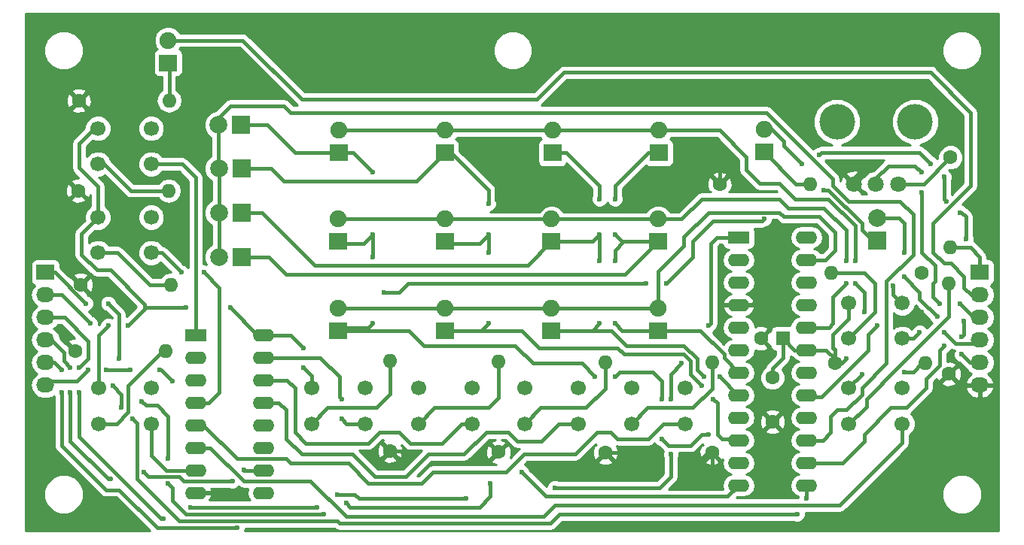
<source format=gbr>
G04 #@! TF.FileFunction,Copper,L2,Bot,Signal*
%FSLAX46Y46*%
G04 Gerber Fmt 4.6, Leading zero omitted, Abs format (unit mm)*
G04 Created by KiCad (PCBNEW 4.0.7) date Saturday, 20 '20e' October '20e' 2018 20:36:37*
%MOMM*%
%LPD*%
G01*
G04 APERTURE LIST*
%ADD10C,0.500000*%
%ADD11R,2.400000X1.400000*%
%ADD12O,2.400000X1.400000*%
%ADD13C,1.600000*%
%ADD14R,1.600000X1.600000*%
%ADD15R,2.000000X1.900000*%
%ADD16C,1.900000*%
%ADD17R,2.000000X2.000000*%
%ADD18C,2.000000*%
%ADD19R,2.032000X1.727200*%
%ADD20O,2.032000X1.727200*%
%ADD21O,1.600000X1.600000*%
%ADD22C,1.800000*%
%ADD23C,4.000000*%
%ADD24C,1.700000*%
%ADD25C,0.600000*%
%ADD26C,0.400000*%
%ADD27C,0.250000*%
%ADD28C,0.254000*%
G04 APERTURE END LIST*
D10*
D11*
X109150000Y-83300000D03*
D12*
X116770000Y-111240000D03*
X109150000Y-85840000D03*
X116770000Y-108700000D03*
X109150000Y-88380000D03*
X116770000Y-106160000D03*
X109150000Y-90920000D03*
X116770000Y-103620000D03*
X109150000Y-93460000D03*
X116770000Y-101080000D03*
X109150000Y-96000000D03*
X116770000Y-98540000D03*
X109150000Y-98540000D03*
X116770000Y-96000000D03*
X109150000Y-101080000D03*
X116770000Y-93460000D03*
X109150000Y-103620000D03*
X116770000Y-90920000D03*
X109150000Y-106160000D03*
X116770000Y-88380000D03*
X109150000Y-108700000D03*
X116770000Y-85840000D03*
X109150000Y-111240000D03*
X116770000Y-83300000D03*
D11*
X48100000Y-94300000D03*
D12*
X55720000Y-112080000D03*
X48100000Y-96840000D03*
X55720000Y-109540000D03*
X48100000Y-99380000D03*
X55720000Y-107000000D03*
X48100000Y-101920000D03*
X55720000Y-104460000D03*
X48100000Y-104460000D03*
X55720000Y-101920000D03*
X48100000Y-107000000D03*
X55720000Y-99380000D03*
X48100000Y-109540000D03*
X55720000Y-96840000D03*
X48100000Y-112080000D03*
X55720000Y-94300000D03*
D13*
X112950000Y-99100000D03*
X112950000Y-104100000D03*
D14*
X114150000Y-94700000D03*
D13*
X111650000Y-94700000D03*
D15*
X45000000Y-63650000D03*
D16*
X45000000Y-61110000D03*
D17*
X53200000Y-70650000D03*
D18*
X50660000Y-70650000D03*
D17*
X53250000Y-75550000D03*
D18*
X50710000Y-75550000D03*
D17*
X53250000Y-80550000D03*
D18*
X50710000Y-80550000D03*
D17*
X53250000Y-85550000D03*
D18*
X50710000Y-85550000D03*
D17*
X124700000Y-83700000D03*
D18*
X124700000Y-81160000D03*
D15*
X64200000Y-73800000D03*
D16*
X64200000Y-71260000D03*
D15*
X64100000Y-83800000D03*
D16*
X64100000Y-81260000D03*
D15*
X64100000Y-93800000D03*
D16*
X64100000Y-91260000D03*
D15*
X76100000Y-73800000D03*
D16*
X76100000Y-71260000D03*
D15*
X76100000Y-83800000D03*
D16*
X76100000Y-81260000D03*
D15*
X76100000Y-93800000D03*
D16*
X76100000Y-91260000D03*
D15*
X88200000Y-73800000D03*
D16*
X88200000Y-71260000D03*
D15*
X88100000Y-83800000D03*
D16*
X88100000Y-81260000D03*
D15*
X88100000Y-93800000D03*
D16*
X88100000Y-91260000D03*
D15*
X100200000Y-73800000D03*
D16*
X100200000Y-71260000D03*
D15*
X100100000Y-83800000D03*
D16*
X100100000Y-81260000D03*
D15*
X100100000Y-93800000D03*
D16*
X100100000Y-91260000D03*
D15*
X112000000Y-73700000D03*
D16*
X112000000Y-71160000D03*
D19*
X31200000Y-87250000D03*
D20*
X31200000Y-89790000D03*
X31200000Y-92330000D03*
X31200000Y-94870000D03*
X31200000Y-97410000D03*
X31200000Y-99950000D03*
D19*
X136250000Y-87250000D03*
D20*
X136250000Y-89790000D03*
X136250000Y-92330000D03*
X136250000Y-94870000D03*
X136250000Y-97410000D03*
X136250000Y-99950000D03*
D13*
X34900000Y-78050000D03*
D21*
X45060000Y-78050000D03*
D13*
X35150000Y-88650000D03*
D21*
X45310000Y-88650000D03*
D13*
X34550000Y-96100000D03*
D21*
X44710000Y-96100000D03*
D13*
X69950000Y-107350000D03*
D21*
X69950000Y-97190000D03*
D13*
X34950000Y-67900000D03*
D21*
X45110000Y-67900000D03*
D13*
X82150000Y-107500000D03*
D21*
X82150000Y-97340000D03*
D13*
X129700000Y-87300000D03*
D21*
X119540000Y-87300000D03*
D13*
X94150000Y-107550000D03*
D21*
X94150000Y-97390000D03*
D13*
X106150000Y-107550000D03*
D21*
X106150000Y-97390000D03*
D13*
X132750000Y-98700000D03*
D21*
X132750000Y-88540000D03*
D13*
X119950000Y-97500000D03*
D21*
X130110000Y-97500000D03*
D13*
X132950000Y-74300000D03*
D21*
X132950000Y-84460000D03*
D13*
X107000000Y-77300000D03*
D21*
X117160000Y-77300000D03*
D22*
X122100000Y-77300000D03*
X124600000Y-77300000D03*
X127100000Y-77300000D03*
D23*
X120200000Y-70300000D03*
X129000000Y-70300000D03*
D24*
X43100000Y-75050000D03*
X37100000Y-75050000D03*
X43100000Y-71050000D03*
X37100000Y-71050000D03*
X43100000Y-85050000D03*
X37100000Y-85050000D03*
X43100000Y-81050000D03*
X37100000Y-81050000D03*
X43150000Y-104300000D03*
X37150000Y-104300000D03*
X43150000Y-100300000D03*
X37150000Y-100300000D03*
X67150000Y-104300000D03*
X61150000Y-104300000D03*
X67150000Y-100300000D03*
X61150000Y-100300000D03*
X79150000Y-104300000D03*
X73150000Y-104300000D03*
X79150000Y-100300000D03*
X73150000Y-100300000D03*
X127550000Y-94700000D03*
X121550000Y-94700000D03*
X127550000Y-90700000D03*
X121550000Y-90700000D03*
X91100000Y-104300000D03*
X85100000Y-104300000D03*
X91100000Y-100300000D03*
X85100000Y-100300000D03*
X103100000Y-104300000D03*
X97100000Y-104300000D03*
X103100000Y-100300000D03*
X97100000Y-100300000D03*
X127550000Y-104300000D03*
X121550000Y-104300000D03*
X127550000Y-100300000D03*
X121550000Y-100300000D03*
D25*
X134000000Y-90750000D03*
X131750000Y-90750000D03*
X129750000Y-78250000D03*
X129750000Y-76000000D03*
X122000000Y-62500000D03*
X122000000Y-66000000D03*
X131250000Y-101750000D03*
X126750000Y-93000000D03*
X129750000Y-91750000D03*
X123500000Y-75250000D03*
X124000000Y-71500000D03*
X105750000Y-68000000D03*
X105750000Y-73250000D03*
X109250000Y-77500000D03*
X112000000Y-83250000D03*
X112750000Y-111750000D03*
X106000000Y-110750000D03*
X103750000Y-109500000D03*
X99250000Y-109500000D03*
X80000000Y-108250000D03*
X71750000Y-108000000D03*
X88500000Y-109000000D03*
X39500000Y-114250000D03*
X132250000Y-94000000D03*
X129500000Y-94000000D03*
X116250000Y-75000000D03*
X118250000Y-74000000D03*
X130750000Y-75000000D03*
X132250000Y-76500000D03*
X132500000Y-79250000D03*
X134000000Y-80500000D03*
X134750000Y-83500000D03*
X134500000Y-92750000D03*
X134250000Y-94500000D03*
X134250000Y-96500000D03*
X84750000Y-109750000D03*
X81250000Y-111000000D03*
X65000000Y-113250000D03*
X62500000Y-114500000D03*
X45000000Y-111000000D03*
X45000000Y-108250000D03*
X42000000Y-101750000D03*
X39500000Y-97000000D03*
X38250000Y-90750000D03*
X35750000Y-90750000D03*
X116750000Y-112750000D03*
X115750000Y-114500000D03*
X41000000Y-103750000D03*
X39750000Y-102500000D03*
X38750000Y-100000000D03*
X36250000Y-93000000D03*
X105750000Y-93250000D03*
X102750000Y-97500000D03*
X101500000Y-101500000D03*
X101500000Y-107750000D03*
X88500000Y-111500000D03*
X78500000Y-112750000D03*
X64000000Y-112250000D03*
X61750000Y-113750000D03*
X47500000Y-113750000D03*
X44500000Y-115000000D03*
X35000000Y-100750000D03*
X35000000Y-98000000D03*
X34000000Y-98000000D03*
X34000000Y-100750000D03*
X38500000Y-110500000D03*
X42250000Y-109750000D03*
X52250000Y-110750000D03*
X53500000Y-109500000D03*
X33000000Y-98250000D03*
X33000000Y-100750000D03*
X52750000Y-116000000D03*
X52000000Y-91250000D03*
X47000000Y-91250000D03*
X40500000Y-93250000D03*
X38250000Y-93250000D03*
X126500000Y-88750000D03*
X61150000Y-100300000D03*
X60250000Y-95750000D03*
X60250000Y-98000000D03*
X123000000Y-98750000D03*
X121250000Y-97000000D03*
X36000000Y-98250000D03*
X38000000Y-98250000D03*
X40750000Y-98250000D03*
X44000000Y-98250000D03*
X45500000Y-99500000D03*
X118750000Y-78000000D03*
X112000000Y-81250000D03*
X101000000Y-88500000D03*
X98750000Y-88500000D03*
X69250000Y-89500000D03*
X105750000Y-105500000D03*
X100500000Y-106000000D03*
X100500000Y-101500000D03*
X95250000Y-99000000D03*
X93000000Y-99000000D03*
X68000000Y-93000000D03*
X68000000Y-85500000D03*
X68000000Y-83000000D03*
X68000000Y-76000000D03*
X106250000Y-101500000D03*
X105000000Y-100000000D03*
X81000000Y-93000000D03*
X81000000Y-85000000D03*
X81000000Y-83000000D03*
X81000000Y-79500000D03*
X107000000Y-99000000D03*
X105250000Y-99000000D03*
X93500000Y-93000000D03*
X93500000Y-86000000D03*
X93500000Y-83000000D03*
X93500000Y-79000000D03*
X95250000Y-93000000D03*
X95250000Y-86000000D03*
X95250000Y-83000000D03*
X95250000Y-79000000D03*
X132250000Y-95500000D03*
X131500000Y-92250000D03*
X127750000Y-87750000D03*
X127750000Y-85000000D03*
X124750000Y-93250000D03*
X123250000Y-91750000D03*
X122250000Y-88500000D03*
X122250000Y-86000000D03*
X121250000Y-88500000D03*
X121250000Y-86000000D03*
X127750000Y-98500000D03*
X46500000Y-87250000D03*
X49000000Y-87250000D03*
X64500000Y-101500000D03*
X64500000Y-103750000D03*
D26*
X136250000Y-92330000D02*
X135580000Y-92330000D01*
X135580000Y-92330000D02*
X134000000Y-90750000D01*
X131750000Y-90750000D02*
X131000000Y-90000000D01*
X131000000Y-90000000D02*
X131000000Y-88500000D01*
X131000000Y-88500000D02*
X131250000Y-88250000D01*
X131250000Y-88250000D02*
X131250000Y-86500000D01*
X131250000Y-86500000D02*
X129750000Y-85000000D01*
X129750000Y-85000000D02*
X129750000Y-78250000D01*
X129750000Y-76000000D02*
X129000000Y-75250000D01*
X129000000Y-75250000D02*
X126000000Y-75250000D01*
X126000000Y-75250000D02*
X124600000Y-76650000D01*
X124600000Y-76650000D02*
X124600000Y-77300000D01*
X122000000Y-67000000D02*
X122000000Y-66000000D01*
X128500000Y-93000000D02*
X126750000Y-93000000D01*
X129750000Y-91750000D02*
X128500000Y-93000000D01*
X107000000Y-77300000D02*
X107000000Y-74500000D01*
X123500000Y-75250000D02*
X122100000Y-76650000D01*
X124000000Y-69000000D02*
X124000000Y-71500000D01*
X122000000Y-67000000D02*
X124000000Y-69000000D01*
X106750000Y-67000000D02*
X122000000Y-67000000D01*
X105750000Y-68000000D02*
X106750000Y-67000000D01*
X107000000Y-74500000D02*
X105750000Y-73250000D01*
X122100000Y-76650000D02*
X122100000Y-77300000D01*
X109150000Y-90920000D02*
X110580000Y-90920000D01*
X112000000Y-89500000D02*
X112000000Y-83250000D01*
X110580000Y-90920000D02*
X112000000Y-89500000D01*
X106150000Y-107550000D02*
X106150000Y-110600000D01*
X106150000Y-110600000D02*
X106000000Y-110750000D01*
X106150000Y-107550000D02*
X105700000Y-107550000D01*
X105700000Y-107550000D02*
X103750000Y-109500000D01*
X99250000Y-109500000D02*
X97300000Y-107550000D01*
X97300000Y-107550000D02*
X94150000Y-107550000D01*
X69950000Y-107350000D02*
X71100000Y-107350000D01*
X71100000Y-107350000D02*
X71750000Y-108000000D01*
X35150000Y-88400000D02*
X35150000Y-88650000D01*
X127550000Y-94700000D02*
X128800000Y-94700000D01*
X133500000Y-95250000D02*
X135870000Y-95250000D01*
X132250000Y-94000000D02*
X133500000Y-95250000D01*
X128800000Y-94700000D02*
X129500000Y-94000000D01*
X135870000Y-95250000D02*
X136250000Y-94870000D01*
X136250000Y-97410000D02*
X135160000Y-97410000D01*
X114250000Y-72500000D02*
X112910000Y-71160000D01*
X114250000Y-73000000D02*
X114250000Y-72500000D01*
X116250000Y-75000000D02*
X114250000Y-73000000D01*
X118500000Y-73750000D02*
X118250000Y-74000000D01*
X129500000Y-73750000D02*
X118500000Y-73750000D01*
X130750000Y-75000000D02*
X129500000Y-73750000D01*
X132250000Y-79000000D02*
X132250000Y-76500000D01*
X132500000Y-79250000D02*
X132250000Y-79000000D01*
X134250000Y-80500000D02*
X134000000Y-80500000D01*
X134750000Y-81000000D02*
X134250000Y-80500000D01*
X134750000Y-83500000D02*
X134750000Y-81000000D01*
X134500000Y-94250000D02*
X134500000Y-92750000D01*
X134250000Y-94500000D02*
X134500000Y-94250000D01*
X135160000Y-97410000D02*
X134250000Y-96500000D01*
X112910000Y-71160000D02*
X112000000Y-71160000D01*
X107890000Y-112500000D02*
X109150000Y-111240000D01*
X87500000Y-112500000D02*
X107890000Y-112500000D01*
X84750000Y-109750000D02*
X87500000Y-112500000D01*
X81250000Y-112500000D02*
X81250000Y-111000000D01*
X80000000Y-113750000D02*
X81250000Y-112500000D01*
X65500000Y-113750000D02*
X80000000Y-113750000D01*
X65000000Y-113250000D02*
X65500000Y-113750000D01*
X47000000Y-114500000D02*
X62500000Y-114500000D01*
X45500000Y-113000000D02*
X47000000Y-114500000D01*
X45500000Y-111500000D02*
X45500000Y-113000000D01*
X45000000Y-111000000D02*
X45500000Y-111500000D01*
X45000000Y-103500000D02*
X45000000Y-108250000D01*
X43750000Y-102250000D02*
X45000000Y-103500000D01*
X42500000Y-102250000D02*
X43750000Y-102250000D01*
X42000000Y-101750000D02*
X42500000Y-102250000D01*
X39500000Y-92000000D02*
X39500000Y-97000000D01*
X38250000Y-90750000D02*
X39500000Y-92000000D01*
X32250000Y-87250000D02*
X35750000Y-90750000D01*
X31200000Y-87250000D02*
X32250000Y-87250000D01*
X31200000Y-89790000D02*
X33040000Y-89790000D01*
X116770000Y-112730000D02*
X116770000Y-111240000D01*
X116750000Y-112750000D02*
X116770000Y-112730000D01*
X89000000Y-114500000D02*
X115750000Y-114500000D01*
X88000000Y-115500000D02*
X89000000Y-114500000D01*
X64250000Y-115500000D02*
X88000000Y-115500000D01*
X64000000Y-115250000D02*
X64250000Y-115500000D01*
X46250000Y-115250000D02*
X64000000Y-115250000D01*
X41500000Y-110500000D02*
X46250000Y-115250000D01*
X41500000Y-104250000D02*
X41500000Y-110500000D01*
X41000000Y-103750000D02*
X41500000Y-104250000D01*
X39750000Y-101000000D02*
X39750000Y-102500000D01*
X38750000Y-100000000D02*
X39750000Y-101000000D01*
X33040000Y-89790000D02*
X36250000Y-93000000D01*
X31200000Y-92330000D02*
X33330000Y-92330000D01*
X106700000Y-83300000D02*
X109150000Y-83300000D01*
X106000000Y-84000000D02*
X106700000Y-83300000D01*
X106000000Y-93000000D02*
X106000000Y-84000000D01*
X105750000Y-93250000D02*
X106000000Y-93000000D01*
X101500000Y-98750000D02*
X102750000Y-97500000D01*
X101500000Y-101500000D02*
X101500000Y-98750000D01*
X101500000Y-110250000D02*
X101500000Y-107750000D01*
X100250000Y-111500000D02*
X101500000Y-110250000D01*
X88500000Y-111500000D02*
X100250000Y-111500000D01*
X66500000Y-112750000D02*
X78500000Y-112750000D01*
X66000000Y-112250000D02*
X66500000Y-112750000D01*
X64000000Y-112250000D02*
X66000000Y-112250000D01*
X47500000Y-113750000D02*
X61750000Y-113750000D01*
X44250000Y-115000000D02*
X44500000Y-115000000D01*
X35000000Y-105750000D02*
X44250000Y-115000000D01*
X35000000Y-100750000D02*
X35000000Y-105750000D01*
X36000000Y-97000000D02*
X35000000Y-98000000D01*
X36000000Y-95000000D02*
X36000000Y-97000000D01*
X33330000Y-92330000D02*
X36000000Y-95000000D01*
X31200000Y-94870000D02*
X31870000Y-94870000D01*
X31870000Y-94870000D02*
X33250000Y-96250000D01*
X33250000Y-96250000D02*
X33250000Y-97250000D01*
X33250000Y-97250000D02*
X34000000Y-98000000D01*
X34000000Y-100750000D02*
X34000000Y-106250000D01*
X34000000Y-106250000D02*
X38250000Y-110500000D01*
X38250000Y-110500000D02*
X38500000Y-110500000D01*
X42250000Y-109750000D02*
X42750000Y-110250000D01*
X42750000Y-110250000D02*
X46250000Y-110250000D01*
X46250000Y-110250000D02*
X46750000Y-110750000D01*
X46750000Y-110750000D02*
X52250000Y-110750000D01*
X53500000Y-109500000D02*
X53540000Y-109540000D01*
X53540000Y-109540000D02*
X55720000Y-109540000D01*
X31200000Y-97410000D02*
X32160000Y-97410000D01*
X32160000Y-97410000D02*
X33000000Y-98250000D01*
X33000000Y-100750000D02*
X33000000Y-106750000D01*
X33000000Y-106750000D02*
X38000000Y-111750000D01*
X38000000Y-111750000D02*
X39500000Y-111750000D01*
X39500000Y-111750000D02*
X43750000Y-116000000D01*
X43750000Y-116000000D02*
X52750000Y-116000000D01*
X42375000Y-91250000D02*
X42375000Y-90875000D01*
X35250000Y-82900000D02*
X37100000Y-81050000D01*
X35250000Y-85250000D02*
X35250000Y-82900000D01*
X37000000Y-87000000D02*
X35250000Y-85250000D01*
X38500000Y-87000000D02*
X37000000Y-87000000D01*
X42375000Y-90875000D02*
X38500000Y-87000000D01*
X37150000Y-100300000D02*
X37150000Y-94350000D01*
X52000000Y-91250000D02*
X55050000Y-94300000D01*
X42500000Y-91250000D02*
X42375000Y-91250000D01*
X42375000Y-91250000D02*
X47000000Y-91250000D01*
X40500000Y-93250000D02*
X42500000Y-91250000D01*
X37150000Y-94350000D02*
X38250000Y-93250000D01*
X55050000Y-94300000D02*
X55720000Y-94300000D01*
X119950000Y-97500000D02*
X119950000Y-95950000D01*
X121550000Y-92450000D02*
X121550000Y-90700000D01*
X119750000Y-94250000D02*
X121550000Y-92450000D01*
X119750000Y-95750000D02*
X119750000Y-94250000D01*
X119950000Y-95950000D02*
X119750000Y-95750000D01*
X127550000Y-90700000D02*
X127450000Y-90700000D01*
X127450000Y-90700000D02*
X126500000Y-89750000D01*
X126500000Y-89750000D02*
X126500000Y-88750000D01*
X136250000Y-87250000D02*
X136250000Y-85500000D01*
X135210000Y-84460000D02*
X132950000Y-84460000D01*
X136250000Y-85500000D02*
X135210000Y-84460000D01*
X61150000Y-100300000D02*
X61150000Y-98900000D01*
X58800000Y-94300000D02*
X55720000Y-94300000D01*
X60250000Y-95750000D02*
X58800000Y-94300000D01*
X61150000Y-98900000D02*
X60250000Y-98000000D01*
X43100000Y-81150000D02*
X43100000Y-81050000D01*
X112950000Y-99100000D02*
X112950000Y-98050000D01*
X114150000Y-96850000D02*
X114150000Y-94700000D01*
X112950000Y-98050000D02*
X114150000Y-96850000D01*
X116770000Y-96000000D02*
X115450000Y-96000000D01*
X115450000Y-96000000D02*
X114150000Y-94700000D01*
X121550000Y-100300000D02*
X121550000Y-100200000D01*
X121550000Y-100200000D02*
X123000000Y-98750000D01*
X121250000Y-97000000D02*
X120750000Y-97500000D01*
X120750000Y-97500000D02*
X119950000Y-97500000D01*
X37100000Y-81050000D02*
X37100000Y-81650000D01*
X37100000Y-71050000D02*
X36700000Y-71050000D01*
X36700000Y-71050000D02*
X35000000Y-72750000D01*
X37100000Y-77600000D02*
X37100000Y-81050000D01*
X35000000Y-75500000D02*
X37100000Y-77600000D01*
X35000000Y-72750000D02*
X35000000Y-75500000D01*
X119950000Y-97500000D02*
X119950000Y-96950000D01*
X119950000Y-96950000D02*
X119000000Y-96000000D01*
X119000000Y-96000000D02*
X116770000Y-96000000D01*
X34750000Y-99500000D02*
X31650000Y-99500000D01*
X36000000Y-98250000D02*
X34750000Y-99500000D01*
X40750000Y-98250000D02*
X38000000Y-98250000D01*
X44250000Y-98250000D02*
X44000000Y-98250000D01*
X45500000Y-99500000D02*
X44250000Y-98250000D01*
X31650000Y-99500000D02*
X31200000Y-99950000D01*
X61750000Y-67750000D02*
X60000000Y-67750000D01*
X86500000Y-67750000D02*
X61750000Y-67750000D01*
X89500000Y-64750000D02*
X86500000Y-67750000D01*
X130750000Y-64750000D02*
X89500000Y-64750000D01*
X135250000Y-69250000D02*
X130750000Y-64750000D01*
X135250000Y-77500000D02*
X135250000Y-69250000D01*
X131000000Y-81750000D02*
X135250000Y-77500000D01*
X131000000Y-85000000D02*
X131000000Y-81750000D01*
X132250000Y-86250000D02*
X131000000Y-85000000D01*
X133000000Y-86250000D02*
X132250000Y-86250000D01*
X134500000Y-87750000D02*
X133000000Y-86250000D01*
X134500000Y-89000000D02*
X134500000Y-87750000D01*
X135290000Y-89790000D02*
X134500000Y-89000000D01*
X53360000Y-61110000D02*
X45000000Y-61110000D01*
X60000000Y-67750000D02*
X53360000Y-61110000D01*
X136250000Y-89790000D02*
X135290000Y-89790000D01*
X45110000Y-67900000D02*
X45110000Y-63760000D01*
X45110000Y-63760000D02*
X45000000Y-63650000D01*
X53200000Y-70650000D02*
X56150000Y-70650000D01*
X59300000Y-73800000D02*
X64200000Y-73800000D01*
X56150000Y-70650000D02*
X59300000Y-73800000D01*
X124700000Y-83700000D02*
X124200000Y-83700000D01*
X124200000Y-83700000D02*
X123000000Y-82500000D01*
X123000000Y-82500000D02*
X123000000Y-81750000D01*
X123000000Y-81750000D02*
X119250000Y-78000000D01*
X119250000Y-78000000D02*
X118750000Y-78000000D01*
X112000000Y-81250000D02*
X111750000Y-81500000D01*
X111750000Y-81500000D02*
X106250000Y-81500000D01*
X106250000Y-81500000D02*
X104000000Y-83750000D01*
X104000000Y-83750000D02*
X104000000Y-85500000D01*
X104000000Y-85500000D02*
X101000000Y-88500000D01*
X98750000Y-88500000D02*
X72000000Y-88500000D01*
X72000000Y-88500000D02*
X71000000Y-89500000D01*
X71000000Y-89500000D02*
X69250000Y-89500000D01*
X64100000Y-93800000D02*
X72050000Y-93800000D01*
X105000000Y-105500000D02*
X105750000Y-105500000D01*
X103750000Y-106750000D02*
X105000000Y-105500000D01*
X101250000Y-106750000D02*
X103750000Y-106750000D01*
X100500000Y-106000000D02*
X101250000Y-106750000D01*
X100500000Y-99500000D02*
X100500000Y-101500000D01*
X99500000Y-98500000D02*
X100500000Y-99500000D01*
X95750000Y-98500000D02*
X99500000Y-98500000D01*
X95250000Y-99000000D02*
X95750000Y-98500000D01*
X91500000Y-97500000D02*
X93000000Y-99000000D01*
X86000000Y-97500000D02*
X91500000Y-97500000D01*
X84000000Y-95500000D02*
X86000000Y-97500000D01*
X73750000Y-95500000D02*
X84000000Y-95500000D01*
X72050000Y-93800000D02*
X73750000Y-95500000D01*
X68000000Y-83000000D02*
X68000000Y-85500000D01*
X67500000Y-93500000D02*
X64400000Y-93500000D01*
X68000000Y-93000000D02*
X67500000Y-93500000D01*
X64400000Y-93500000D02*
X64100000Y-93800000D01*
X64200000Y-73800000D02*
X65800000Y-73800000D01*
X67000000Y-84000000D02*
X64300000Y-84000000D01*
X68000000Y-83000000D02*
X67000000Y-84000000D01*
X65800000Y-73800000D02*
X68000000Y-76000000D01*
X64300000Y-84000000D02*
X64100000Y-83800000D01*
D27*
X50660000Y-70650000D02*
X50660000Y-69840000D01*
D26*
X50660000Y-69840000D02*
X52000000Y-68500000D01*
X60500000Y-69250000D02*
X112250000Y-69250000D01*
X112250000Y-69250000D02*
X119750000Y-76750000D01*
X119750000Y-76750000D02*
X119750000Y-77500000D01*
X119750000Y-77500000D02*
X121500000Y-79250000D01*
X121500000Y-79250000D02*
X127250000Y-79250000D01*
X127250000Y-79250000D02*
X128750000Y-80750000D01*
X128750000Y-80750000D02*
X128750000Y-85250000D01*
X128750000Y-85250000D02*
X125750000Y-88250000D01*
X125750000Y-88250000D02*
X125750000Y-97500000D01*
X125750000Y-97500000D02*
X123000000Y-100250000D01*
X123000000Y-100250000D02*
X123000000Y-101000000D01*
X123000000Y-101000000D02*
X121250000Y-102750000D01*
X121250000Y-102750000D02*
X120250000Y-102750000D01*
X120250000Y-102750000D02*
X119500000Y-103500000D01*
X119500000Y-103500000D02*
X119500000Y-105250000D01*
X119500000Y-105250000D02*
X118590000Y-106160000D01*
X118590000Y-106160000D02*
X116770000Y-106160000D01*
X58750000Y-69250000D02*
X60500000Y-69250000D01*
X58000000Y-68500000D02*
X58750000Y-69250000D01*
X52000000Y-68500000D02*
X58000000Y-68500000D01*
X50710000Y-80550000D02*
X50710000Y-75550000D01*
X50710000Y-75550000D02*
X50660000Y-75500000D01*
X50660000Y-75500000D02*
X50660000Y-70650000D01*
X50710000Y-85550000D02*
X50710000Y-80550000D01*
X53250000Y-75550000D02*
X56550000Y-75550000D01*
X59500000Y-77000000D02*
X72900000Y-77000000D01*
X72900000Y-77000000D02*
X76100000Y-73800000D01*
X58000000Y-77000000D02*
X59500000Y-77000000D01*
X56550000Y-75550000D02*
X58000000Y-77000000D01*
X80000000Y-93800000D02*
X84800000Y-93800000D01*
X107250000Y-106000000D02*
X108990000Y-106000000D01*
X106750000Y-105500000D02*
X107250000Y-106000000D01*
X106750000Y-103000000D02*
X106750000Y-105500000D01*
X106750000Y-102000000D02*
X106750000Y-103000000D01*
X106250000Y-101500000D02*
X106750000Y-102000000D01*
X103750000Y-98750000D02*
X105000000Y-100000000D01*
X103750000Y-97250000D02*
X103750000Y-98750000D01*
X103000000Y-96500000D02*
X103750000Y-97250000D01*
X96250000Y-96500000D02*
X103000000Y-96500000D01*
X95500000Y-95750000D02*
X96250000Y-96500000D01*
X86750000Y-95750000D02*
X95500000Y-95750000D01*
X84800000Y-93800000D02*
X86750000Y-95750000D01*
X108990000Y-106000000D02*
X109150000Y-106160000D01*
X81000000Y-83000000D02*
X81000000Y-85000000D01*
X80200000Y-93800000D02*
X80000000Y-93800000D01*
X80000000Y-93800000D02*
X76100000Y-93800000D01*
X81000000Y-93000000D02*
X80200000Y-93800000D01*
X76100000Y-73800000D02*
X76800000Y-73800000D01*
X76800000Y-73800000D02*
X81000000Y-78000000D01*
X80000000Y-84000000D02*
X76300000Y-84000000D01*
X81000000Y-83000000D02*
X80000000Y-84000000D01*
X81000000Y-78000000D02*
X81000000Y-79500000D01*
X76300000Y-84000000D02*
X76100000Y-83800000D01*
X53250000Y-80550000D02*
X55550000Y-80550000D01*
X61500000Y-86500000D02*
X85400000Y-86500000D01*
X85400000Y-86500000D02*
X88100000Y-83800000D01*
X55550000Y-80550000D02*
X61500000Y-86500000D01*
X109080000Y-101080000D02*
X109150000Y-101080000D01*
X107000000Y-99000000D02*
X109080000Y-101080000D01*
X104500000Y-98250000D02*
X105250000Y-99000000D01*
X104500000Y-97000000D02*
X104500000Y-98250000D01*
X103000000Y-95500000D02*
X104500000Y-97000000D01*
X96500000Y-95500000D02*
X103000000Y-95500000D01*
X94800000Y-93800000D02*
X96500000Y-95500000D01*
X92700000Y-93800000D02*
X94800000Y-93800000D01*
X93500000Y-83000000D02*
X93500000Y-86000000D01*
X92700000Y-93800000D02*
X88100000Y-93800000D01*
X93500000Y-93000000D02*
X92700000Y-93800000D01*
X88200000Y-73800000D02*
X89800000Y-73800000D01*
X92700000Y-83800000D02*
X88100000Y-83800000D01*
X93500000Y-83000000D02*
X92700000Y-83800000D01*
X93500000Y-77500000D02*
X93500000Y-79000000D01*
X89800000Y-73800000D02*
X93500000Y-77500000D01*
X53250000Y-85550000D02*
X56300000Y-85550000D01*
X61000000Y-87500000D02*
X96400000Y-87500000D01*
X96400000Y-87500000D02*
X100100000Y-83800000D01*
X58250000Y-87500000D02*
X61000000Y-87500000D01*
X56300000Y-85550000D02*
X58250000Y-87500000D01*
X100100000Y-93800000D02*
X104800000Y-93800000D01*
X107500000Y-96890000D02*
X109150000Y-98540000D01*
X107500000Y-96500000D02*
X107500000Y-96890000D01*
X104800000Y-93800000D02*
X107500000Y-96500000D01*
X100100000Y-83800000D02*
X96200000Y-83800000D01*
X96050000Y-93800000D02*
X100100000Y-93800000D01*
X95250000Y-93000000D02*
X96050000Y-93800000D01*
X95250000Y-84750000D02*
X95250000Y-86000000D01*
X96200000Y-83800000D02*
X95250000Y-84750000D01*
X100200000Y-73800000D02*
X98950000Y-73800000D01*
X96050000Y-83800000D02*
X100100000Y-83800000D01*
X95250000Y-83000000D02*
X96050000Y-83800000D01*
X95250000Y-77500000D02*
X95250000Y-79000000D01*
X98950000Y-73800000D02*
X95250000Y-77500000D01*
X124700000Y-81160000D02*
X127160000Y-81160000D01*
X120800000Y-108700000D02*
X116770000Y-108700000D01*
X123250000Y-106250000D02*
X120800000Y-108700000D01*
X123250000Y-105500000D02*
X123250000Y-106250000D01*
X126250000Y-102500000D02*
X123250000Y-105500000D01*
X128000000Y-102500000D02*
X126250000Y-102500000D01*
X130250000Y-100250000D02*
X128000000Y-102500000D01*
X130250000Y-99250000D02*
X130250000Y-100250000D01*
X131750000Y-97750000D02*
X130250000Y-99250000D01*
X131750000Y-96000000D02*
X131750000Y-97750000D01*
X132250000Y-95500000D02*
X131750000Y-96000000D01*
X129500000Y-90250000D02*
X131500000Y-92250000D01*
X129500000Y-89500000D02*
X129500000Y-90250000D01*
X127750000Y-87750000D02*
X129500000Y-89500000D01*
X127750000Y-81750000D02*
X127750000Y-85000000D01*
X127160000Y-81160000D02*
X127750000Y-81750000D01*
X100200000Y-71260000D02*
X107010000Y-71260000D01*
X118500000Y-101250000D02*
X116940000Y-101250000D01*
X123750000Y-96000000D02*
X118500000Y-101250000D01*
X123750000Y-94250000D02*
X123750000Y-96000000D01*
X124750000Y-93250000D02*
X123750000Y-94250000D01*
X123250000Y-89500000D02*
X123250000Y-91750000D01*
X122250000Y-88500000D02*
X123250000Y-89500000D01*
X122250000Y-82000000D02*
X122250000Y-86000000D01*
X119250000Y-79000000D02*
X122250000Y-82000000D01*
X115500000Y-79000000D02*
X119250000Y-79000000D01*
X113750000Y-77250000D02*
X115500000Y-79000000D01*
X111500000Y-77250000D02*
X113750000Y-77250000D01*
X110000000Y-75750000D02*
X111500000Y-77250000D01*
X110000000Y-74250000D02*
X110000000Y-75750000D01*
X107010000Y-71260000D02*
X110000000Y-74250000D01*
X116940000Y-101250000D02*
X116770000Y-101080000D01*
X64200000Y-71260000D02*
X76100000Y-71260000D01*
X76100000Y-71260000D02*
X88200000Y-71260000D01*
X88200000Y-71260000D02*
X100200000Y-71260000D01*
X100100000Y-81260000D02*
X102740000Y-81260000D01*
X119290000Y-93460000D02*
X116770000Y-93460000D01*
X119750000Y-93000000D02*
X119290000Y-93460000D01*
X119750000Y-90000000D02*
X119750000Y-93000000D01*
X121250000Y-88500000D02*
X119750000Y-90000000D01*
X121250000Y-82500000D02*
X121250000Y-86000000D01*
X118750000Y-80000000D02*
X121250000Y-82500000D01*
X114750000Y-80000000D02*
X118750000Y-80000000D01*
X113750000Y-79000000D02*
X114750000Y-80000000D01*
X105000000Y-79000000D02*
X113750000Y-79000000D01*
X102740000Y-81260000D02*
X105000000Y-79000000D01*
X64100000Y-81260000D02*
X76100000Y-81260000D01*
X76100000Y-81260000D02*
X88100000Y-81260000D01*
X88100000Y-81260000D02*
X100100000Y-81260000D01*
X100100000Y-91260000D02*
X100100000Y-87150000D01*
X118910000Y-85840000D02*
X116770000Y-85840000D01*
X120000000Y-84750000D02*
X118910000Y-85840000D01*
X120000000Y-82750000D02*
X120000000Y-84750000D01*
X118250000Y-81000000D02*
X120000000Y-82750000D01*
X114250000Y-81000000D02*
X118250000Y-81000000D01*
X113750000Y-80500000D02*
X114250000Y-81000000D01*
X105750000Y-80500000D02*
X113750000Y-80500000D01*
X103000000Y-83250000D02*
X105750000Y-80500000D01*
X103000000Y-84250000D02*
X103000000Y-83250000D01*
X100100000Y-87150000D02*
X103000000Y-84250000D01*
X64100000Y-91260000D02*
X76100000Y-91260000D01*
X76100000Y-91260000D02*
X88100000Y-91260000D01*
X88100000Y-91260000D02*
X100100000Y-91260000D01*
X117160000Y-77300000D02*
X115600000Y-77300000D01*
X115600000Y-77300000D02*
X112000000Y-73700000D01*
X37100000Y-75050000D02*
X37800000Y-75050000D01*
X37800000Y-75050000D02*
X40800000Y-78050000D01*
X40800000Y-78050000D02*
X45060000Y-78050000D01*
X45310000Y-88650000D02*
X42900000Y-88650000D01*
X39300000Y-85050000D02*
X37100000Y-85050000D01*
X42900000Y-88650000D02*
X39300000Y-85050000D01*
X44710000Y-96100000D02*
X44400000Y-96100000D01*
X44400000Y-96100000D02*
X40500000Y-100000000D01*
X40500000Y-100000000D02*
X40500000Y-103000000D01*
X40500000Y-103000000D02*
X39200000Y-104300000D01*
X39200000Y-104300000D02*
X37150000Y-104300000D01*
X69950000Y-97190000D02*
X69950000Y-100950000D01*
X62950000Y-102500000D02*
X61150000Y-104300000D01*
X68400000Y-102500000D02*
X62950000Y-102500000D01*
X69950000Y-100950000D02*
X68400000Y-102500000D01*
X82150000Y-97340000D02*
X82150000Y-101350000D01*
X74950000Y-102500000D02*
X73150000Y-104300000D01*
X81000000Y-102500000D02*
X74950000Y-102500000D01*
X82150000Y-101350000D02*
X81000000Y-102500000D01*
X119540000Y-87300000D02*
X123300000Y-87300000D01*
X124500000Y-91750000D02*
X121550000Y-94700000D01*
X124500000Y-88500000D02*
X124500000Y-91750000D01*
X123300000Y-87300000D02*
X124500000Y-88500000D01*
X94150000Y-97390000D02*
X94150000Y-100350000D01*
X86900000Y-102500000D02*
X85100000Y-104300000D01*
X92000000Y-102500000D02*
X86900000Y-102500000D01*
X94150000Y-100350000D02*
X92000000Y-102500000D01*
X106150000Y-97390000D02*
X106150000Y-100350000D01*
X98900000Y-102500000D02*
X97100000Y-104300000D01*
X104000000Y-102500000D02*
X98900000Y-102500000D01*
X106150000Y-100350000D02*
X104000000Y-102500000D01*
X132750000Y-88540000D02*
X132750000Y-92250000D01*
X123500000Y-102350000D02*
X121550000Y-104300000D01*
X123500000Y-101500000D02*
X123500000Y-102350000D01*
X127000000Y-98000000D02*
X123500000Y-101500000D01*
X132750000Y-92250000D02*
X127000000Y-98000000D01*
X130110000Y-97500000D02*
X129750000Y-97500000D01*
X129750000Y-97500000D02*
X128750000Y-98500000D01*
X128750000Y-98500000D02*
X127750000Y-98500000D01*
X127100000Y-77300000D02*
X129950000Y-77300000D01*
X129950000Y-77300000D02*
X132950000Y-74300000D01*
X48100000Y-94300000D02*
X48100000Y-76600000D01*
X46550000Y-75050000D02*
X43100000Y-75050000D01*
X48100000Y-76600000D02*
X46550000Y-75050000D01*
X48100000Y-101920000D02*
X49580000Y-101920000D01*
X44300000Y-85050000D02*
X43100000Y-85050000D01*
X46500000Y-87250000D02*
X44300000Y-85050000D01*
X50750000Y-89000000D02*
X49000000Y-87250000D01*
X50750000Y-100750000D02*
X50750000Y-89000000D01*
X49580000Y-101920000D02*
X50750000Y-100750000D01*
X43150000Y-104300000D02*
X43150000Y-107900000D01*
X44790000Y-109540000D02*
X48100000Y-109540000D01*
X43150000Y-107900000D02*
X44790000Y-109540000D01*
X67150000Y-104300000D02*
X65050000Y-104300000D01*
X62090000Y-96840000D02*
X55720000Y-96840000D01*
X64250000Y-99000000D02*
X62090000Y-96840000D01*
X64250000Y-101250000D02*
X64250000Y-99000000D01*
X64500000Y-101500000D02*
X64250000Y-101250000D01*
X65050000Y-104300000D02*
X64500000Y-103750000D01*
X79150000Y-104300000D02*
X77950000Y-104300000D01*
X58380000Y-99380000D02*
X55720000Y-99380000D01*
X59250000Y-100250000D02*
X58380000Y-99380000D01*
X59250000Y-105250000D02*
X59250000Y-100250000D01*
X60500000Y-106500000D02*
X59250000Y-105250000D01*
X67500000Y-106500000D02*
X60500000Y-106500000D01*
X68750000Y-105250000D02*
X67500000Y-106500000D01*
X71000000Y-105250000D02*
X68750000Y-105250000D01*
X72250000Y-106500000D02*
X71000000Y-105250000D01*
X75750000Y-106500000D02*
X72250000Y-106500000D01*
X77950000Y-104300000D02*
X75750000Y-106500000D01*
X91100000Y-104300000D02*
X88950000Y-104300000D01*
X57420000Y-101920000D02*
X55720000Y-101920000D01*
X58250000Y-102750000D02*
X57420000Y-101920000D01*
X58250000Y-106000000D02*
X58250000Y-102750000D01*
X60000000Y-107750000D02*
X58250000Y-106000000D01*
X65750000Y-107750000D02*
X60000000Y-107750000D01*
X68250000Y-110250000D02*
X65750000Y-107750000D01*
X71750000Y-110250000D02*
X68250000Y-110250000D01*
X74250000Y-107750000D02*
X71750000Y-110250000D01*
X78250000Y-107750000D02*
X74250000Y-107750000D01*
X80750000Y-105250000D02*
X78250000Y-107750000D01*
X83250000Y-105250000D02*
X80750000Y-105250000D01*
X84250000Y-106250000D02*
X83250000Y-105250000D01*
X87000000Y-106250000D02*
X84250000Y-106250000D01*
X88950000Y-104300000D02*
X87000000Y-106250000D01*
X103100000Y-104300000D02*
X100700000Y-104300000D01*
X52750000Y-108250000D02*
X48960000Y-104460000D01*
X58250000Y-108250000D02*
X52750000Y-108250000D01*
X58750000Y-108750000D02*
X58250000Y-108250000D01*
X65250000Y-108750000D02*
X58750000Y-108750000D01*
X67500000Y-111000000D02*
X65250000Y-108750000D01*
X73500000Y-111000000D02*
X67500000Y-111000000D01*
X74750000Y-109750000D02*
X73500000Y-111000000D01*
X83000000Y-109750000D02*
X74750000Y-109750000D01*
X85000000Y-107750000D02*
X83000000Y-109750000D01*
X90750000Y-107750000D02*
X85000000Y-107750000D01*
X93250000Y-105250000D02*
X90750000Y-107750000D01*
X94750000Y-105250000D02*
X93250000Y-105250000D01*
X95500000Y-106000000D02*
X94750000Y-105250000D01*
X99000000Y-106000000D02*
X95500000Y-106000000D01*
X100700000Y-104300000D02*
X99000000Y-106000000D01*
X48960000Y-104460000D02*
X48100000Y-104460000D01*
X127550000Y-104300000D02*
X127550000Y-106450000D01*
X49750000Y-107000000D02*
X48100000Y-107000000D01*
X53500000Y-110750000D02*
X49750000Y-107000000D01*
X61000000Y-110750000D02*
X53500000Y-110750000D01*
X65000000Y-114750000D02*
X61000000Y-110750000D01*
X87250000Y-114750000D02*
X65000000Y-114750000D01*
X88500000Y-113500000D02*
X87250000Y-114750000D01*
X120500000Y-113500000D02*
X88500000Y-113500000D01*
X127550000Y-106450000D02*
X120500000Y-113500000D01*
D28*
G36*
X138373000Y-116373000D02*
X53607520Y-116373000D01*
X53684838Y-116186799D01*
X53684927Y-116085000D01*
X63654132Y-116085000D01*
X63659566Y-116090434D01*
X63930459Y-116271439D01*
X64250000Y-116335000D01*
X88000000Y-116335000D01*
X88319541Y-116271439D01*
X88590434Y-116090434D01*
X89345868Y-115335000D01*
X115322766Y-115335000D01*
X115563201Y-115434838D01*
X115935167Y-115435162D01*
X116278943Y-115293117D01*
X116542192Y-115030327D01*
X116684838Y-114686799D01*
X116685144Y-114335000D01*
X120500000Y-114335000D01*
X120819541Y-114271439D01*
X121090434Y-114090434D01*
X122488249Y-112692619D01*
X132014613Y-112692619D01*
X132354155Y-113514372D01*
X132982321Y-114143636D01*
X133803481Y-114484611D01*
X134692619Y-114485387D01*
X135514372Y-114145845D01*
X136143636Y-113517679D01*
X136484611Y-112696519D01*
X136485387Y-111807381D01*
X136145845Y-110985628D01*
X135517679Y-110356364D01*
X134696519Y-110015389D01*
X133807381Y-110014613D01*
X132985628Y-110354155D01*
X132356364Y-110982321D01*
X132015389Y-111803481D01*
X132014613Y-112692619D01*
X122488249Y-112692619D01*
X128140434Y-107040434D01*
X128321440Y-106769540D01*
X128385000Y-106450000D01*
X128385000Y-105561757D01*
X128390086Y-105559656D01*
X128808188Y-105142283D01*
X129034742Y-104596681D01*
X129035257Y-104005911D01*
X128809656Y-103459914D01*
X128500684Y-103150403D01*
X128590434Y-103090434D01*
X130840435Y-100840434D01*
X131021440Y-100569540D01*
X131073259Y-100309026D01*
X134642642Y-100309026D01*
X134645291Y-100324791D01*
X134899268Y-100852036D01*
X135335680Y-101241954D01*
X135888087Y-101435184D01*
X136123000Y-101290924D01*
X136123000Y-100077000D01*
X136377000Y-100077000D01*
X136377000Y-101290924D01*
X136611913Y-101435184D01*
X137164320Y-101241954D01*
X137600732Y-100852036D01*
X137854709Y-100324791D01*
X137857358Y-100309026D01*
X137736217Y-100077000D01*
X136377000Y-100077000D01*
X136123000Y-100077000D01*
X134763783Y-100077000D01*
X134642642Y-100309026D01*
X131073259Y-100309026D01*
X131085000Y-100250000D01*
X131085000Y-99707745D01*
X131921861Y-99707745D01*
X131995995Y-99953864D01*
X132533223Y-100146965D01*
X133103454Y-100119778D01*
X133504005Y-99953864D01*
X133578139Y-99707745D01*
X132750000Y-98879605D01*
X131921861Y-99707745D01*
X131085000Y-99707745D01*
X131085000Y-99595868D01*
X131417268Y-99263600D01*
X131496136Y-99454005D01*
X131742255Y-99528139D01*
X132570395Y-98700000D01*
X132929605Y-98700000D01*
X133757745Y-99528139D01*
X134003864Y-99454005D01*
X134196965Y-98916777D01*
X134169778Y-98346546D01*
X134003864Y-97945995D01*
X133757745Y-97871861D01*
X132929605Y-98700000D01*
X132570395Y-98700000D01*
X132556252Y-98685858D01*
X132735858Y-98506253D01*
X132750000Y-98520395D01*
X133578139Y-97692255D01*
X133504005Y-97446136D01*
X132966777Y-97253035D01*
X132585000Y-97271237D01*
X132585000Y-96373252D01*
X132778943Y-96293117D01*
X133042192Y-96030327D01*
X133075112Y-95951048D01*
X133180459Y-96021439D01*
X133416792Y-96068449D01*
X133315162Y-96313201D01*
X133314838Y-96685167D01*
X133456883Y-97028943D01*
X133719673Y-97292192D01*
X133961910Y-97392778D01*
X134569566Y-98000434D01*
X134790844Y-98148287D01*
X135005585Y-98469670D01*
X135315069Y-98676461D01*
X134899268Y-99047964D01*
X134645291Y-99575209D01*
X134642642Y-99590974D01*
X134763783Y-99823000D01*
X136123000Y-99823000D01*
X136123000Y-99803000D01*
X136377000Y-99803000D01*
X136377000Y-99823000D01*
X137736217Y-99823000D01*
X137857358Y-99590974D01*
X137854709Y-99575209D01*
X137600732Y-99047964D01*
X137184931Y-98676461D01*
X137494415Y-98469670D01*
X137819271Y-97983489D01*
X137933345Y-97410000D01*
X137819271Y-96836511D01*
X137494415Y-96350330D01*
X137179634Y-96140000D01*
X137494415Y-95929670D01*
X137819271Y-95443489D01*
X137933345Y-94870000D01*
X137819271Y-94296511D01*
X137494415Y-93810330D01*
X137179634Y-93600000D01*
X137494415Y-93389670D01*
X137819271Y-92903489D01*
X137933345Y-92330000D01*
X137819271Y-91756511D01*
X137494415Y-91270330D01*
X137179634Y-91060000D01*
X137494415Y-90849670D01*
X137819271Y-90363489D01*
X137933345Y-89790000D01*
X137819271Y-89216511D01*
X137494415Y-88730330D01*
X137480087Y-88720757D01*
X137501317Y-88716762D01*
X137717441Y-88577690D01*
X137862431Y-88365490D01*
X137913440Y-88113600D01*
X137913440Y-86386400D01*
X137869162Y-86151083D01*
X137730090Y-85934959D01*
X137517890Y-85789969D01*
X137266000Y-85738960D01*
X137085000Y-85738960D01*
X137085000Y-85500000D01*
X137021439Y-85180459D01*
X136840434Y-84909566D01*
X135800434Y-83869566D01*
X135686020Y-83793117D01*
X135650536Y-83769407D01*
X135684838Y-83686799D01*
X135685162Y-83314833D01*
X135585000Y-83072422D01*
X135585000Y-81000000D01*
X135521440Y-80680460D01*
X135340434Y-80409566D01*
X134840434Y-79909566D01*
X134569541Y-79728561D01*
X134546461Y-79723970D01*
X134530327Y-79707808D01*
X134313214Y-79617654D01*
X135840434Y-78090434D01*
X136021440Y-77819540D01*
X136085000Y-77500000D01*
X136085000Y-69250000D01*
X136021439Y-68930459D01*
X135840434Y-68659566D01*
X131340434Y-64159566D01*
X131316593Y-64143636D01*
X131069541Y-63978561D01*
X130750000Y-63915000D01*
X89500000Y-63915000D01*
X89180460Y-63978560D01*
X88909566Y-64159566D01*
X86154132Y-66915000D01*
X60345868Y-66915000D01*
X56123487Y-62692619D01*
X81514613Y-62692619D01*
X81854155Y-63514372D01*
X82482321Y-64143636D01*
X83303481Y-64484611D01*
X84192619Y-64485387D01*
X85014372Y-64145845D01*
X85643636Y-63517679D01*
X85984611Y-62696519D01*
X85984614Y-62692619D01*
X132014613Y-62692619D01*
X132354155Y-63514372D01*
X132982321Y-64143636D01*
X133803481Y-64484611D01*
X134692619Y-64485387D01*
X135514372Y-64145845D01*
X136143636Y-63517679D01*
X136484611Y-62696519D01*
X136485387Y-61807381D01*
X136145845Y-60985628D01*
X135517679Y-60356364D01*
X134696519Y-60015389D01*
X133807381Y-60014613D01*
X132985628Y-60354155D01*
X132356364Y-60982321D01*
X132015389Y-61803481D01*
X132014613Y-62692619D01*
X85984614Y-62692619D01*
X85985387Y-61807381D01*
X85645845Y-60985628D01*
X85017679Y-60356364D01*
X84196519Y-60015389D01*
X83307381Y-60014613D01*
X82485628Y-60354155D01*
X81856364Y-60982321D01*
X81515389Y-61803481D01*
X81514613Y-62692619D01*
X56123487Y-62692619D01*
X53950434Y-60519566D01*
X53679541Y-60338561D01*
X53360000Y-60275000D01*
X46369957Y-60275000D01*
X46344481Y-60213343D01*
X45899003Y-59767086D01*
X45316659Y-59525276D01*
X44686107Y-59524725D01*
X44103343Y-59765519D01*
X43657086Y-60210997D01*
X43415276Y-60793341D01*
X43414725Y-61423893D01*
X43655519Y-62006657D01*
X43753029Y-62104337D01*
X43548559Y-62235910D01*
X43403569Y-62448110D01*
X43352560Y-62700000D01*
X43352560Y-64600000D01*
X43396838Y-64835317D01*
X43535910Y-65051441D01*
X43748110Y-65196431D01*
X44000000Y-65247440D01*
X44275000Y-65247440D01*
X44275000Y-66746447D01*
X44067189Y-66885302D01*
X43756120Y-67350849D01*
X43646887Y-67900000D01*
X43756120Y-68449151D01*
X44067189Y-68914698D01*
X44532736Y-69225767D01*
X45081887Y-69335000D01*
X45138113Y-69335000D01*
X45687264Y-69225767D01*
X46152811Y-68914698D01*
X46463880Y-68449151D01*
X46573113Y-67900000D01*
X46463880Y-67350849D01*
X46152811Y-66885302D01*
X45945000Y-66746447D01*
X45945000Y-65247440D01*
X46000000Y-65247440D01*
X46235317Y-65203162D01*
X46451441Y-65064090D01*
X46596431Y-64851890D01*
X46647440Y-64600000D01*
X46647440Y-62700000D01*
X46603162Y-62464683D01*
X46464090Y-62248559D01*
X46251890Y-62103569D01*
X46248808Y-62102945D01*
X46342914Y-62009003D01*
X46369490Y-61945000D01*
X53014132Y-61945000D01*
X59409566Y-68340434D01*
X59521162Y-68415000D01*
X59095868Y-68415000D01*
X58590434Y-67909566D01*
X58576117Y-67900000D01*
X58319541Y-67728561D01*
X58000000Y-67665000D01*
X52000000Y-67665000D01*
X51680459Y-67728561D01*
X51423883Y-67900000D01*
X51409566Y-67909566D01*
X50282032Y-69037100D01*
X49735057Y-69263106D01*
X49274722Y-69722637D01*
X49025284Y-70323352D01*
X49024716Y-70973795D01*
X49273106Y-71574943D01*
X49732637Y-72035278D01*
X49825000Y-72073630D01*
X49825000Y-74146602D01*
X49785057Y-74163106D01*
X49324722Y-74622637D01*
X49075284Y-75223352D01*
X49074716Y-75873795D01*
X49323106Y-76474943D01*
X49782637Y-76935278D01*
X49875000Y-76973630D01*
X49875000Y-79125942D01*
X49785057Y-79163106D01*
X49324722Y-79622637D01*
X49075284Y-80223352D01*
X49074716Y-80873795D01*
X49323106Y-81474943D01*
X49782637Y-81935278D01*
X49875000Y-81973630D01*
X49875000Y-84125942D01*
X49785057Y-84163106D01*
X49324722Y-84622637D01*
X49075284Y-85223352D01*
X49074716Y-85873795D01*
X49271643Y-86350392D01*
X49186799Y-86315162D01*
X48935000Y-86314943D01*
X48935000Y-76600000D01*
X48871439Y-76280459D01*
X48690434Y-76009566D01*
X47140434Y-74459566D01*
X47073736Y-74415000D01*
X46869541Y-74278561D01*
X46550000Y-74215000D01*
X44361757Y-74215000D01*
X44359656Y-74209914D01*
X43942283Y-73791812D01*
X43396681Y-73565258D01*
X42805911Y-73564743D01*
X42259914Y-73790344D01*
X41841812Y-74207717D01*
X41615258Y-74753319D01*
X41614743Y-75344089D01*
X41840344Y-75890086D01*
X42257717Y-76308188D01*
X42803319Y-76534742D01*
X43394089Y-76535257D01*
X43940086Y-76309656D01*
X44358188Y-75892283D01*
X44361212Y-75885000D01*
X46204132Y-75885000D01*
X47265000Y-76945868D01*
X47265000Y-86692891D01*
X47030327Y-86457808D01*
X46788090Y-86357222D01*
X44890434Y-84459566D01*
X44823736Y-84415000D01*
X44619541Y-84278561D01*
X44367288Y-84228384D01*
X44359656Y-84209914D01*
X43942283Y-83791812D01*
X43396681Y-83565258D01*
X42805911Y-83564743D01*
X42259914Y-83790344D01*
X41841812Y-84207717D01*
X41615258Y-84753319D01*
X41614743Y-85344089D01*
X41840344Y-85890086D01*
X42257717Y-86308188D01*
X42803319Y-86534742D01*
X43394089Y-86535257D01*
X43940086Y-86309656D01*
X44159628Y-86090496D01*
X45284132Y-87215000D01*
X45281887Y-87215000D01*
X44732736Y-87324233D01*
X44267189Y-87635302D01*
X44147118Y-87815000D01*
X43245868Y-87815000D01*
X39890434Y-84459566D01*
X39823736Y-84415000D01*
X39619541Y-84278561D01*
X39300000Y-84215000D01*
X38361757Y-84215000D01*
X38359656Y-84209914D01*
X37942283Y-83791812D01*
X37396681Y-83565258D01*
X36805911Y-83564743D01*
X36259914Y-83790344D01*
X36085000Y-83964953D01*
X36085000Y-83245868D01*
X36798236Y-82532632D01*
X36803319Y-82534742D01*
X37394089Y-82535257D01*
X37940086Y-82309656D01*
X38358188Y-81892283D01*
X38584742Y-81346681D01*
X38584744Y-81344089D01*
X41614743Y-81344089D01*
X41840344Y-81890086D01*
X42257717Y-82308188D01*
X42803319Y-82534742D01*
X43394089Y-82535257D01*
X43940086Y-82309656D01*
X44358188Y-81892283D01*
X44584742Y-81346681D01*
X44585257Y-80755911D01*
X44359656Y-80209914D01*
X43942283Y-79791812D01*
X43396681Y-79565258D01*
X42805911Y-79564743D01*
X42259914Y-79790344D01*
X41841812Y-80207717D01*
X41615258Y-80753319D01*
X41614743Y-81344089D01*
X38584744Y-81344089D01*
X38585257Y-80755911D01*
X38359656Y-80209914D01*
X37942283Y-79791812D01*
X37935000Y-79788788D01*
X37935000Y-77600000D01*
X37871439Y-77280459D01*
X37739650Y-77083223D01*
X37690434Y-77009565D01*
X37215971Y-76535102D01*
X37394089Y-76535257D01*
X37896710Y-76327578D01*
X40209566Y-78640434D01*
X40480460Y-78821440D01*
X40800000Y-78885000D01*
X43897118Y-78885000D01*
X44017189Y-79064698D01*
X44482736Y-79375767D01*
X45031887Y-79485000D01*
X45088113Y-79485000D01*
X45637264Y-79375767D01*
X46102811Y-79064698D01*
X46413880Y-78599151D01*
X46523113Y-78050000D01*
X46413880Y-77500849D01*
X46102811Y-77035302D01*
X45637264Y-76724233D01*
X45088113Y-76615000D01*
X45031887Y-76615000D01*
X44482736Y-76724233D01*
X44017189Y-77035302D01*
X43897118Y-77215000D01*
X41145868Y-77215000D01*
X38513772Y-74582904D01*
X38359656Y-74209914D01*
X37942283Y-73791812D01*
X37396681Y-73565258D01*
X36805911Y-73564743D01*
X36259914Y-73790344D01*
X35841812Y-74207717D01*
X35835000Y-74224122D01*
X35835000Y-73095868D01*
X36515598Y-72415270D01*
X36803319Y-72534742D01*
X37394089Y-72535257D01*
X37940086Y-72309656D01*
X38358188Y-71892283D01*
X38584742Y-71346681D01*
X38584744Y-71344089D01*
X41614743Y-71344089D01*
X41840344Y-71890086D01*
X42257717Y-72308188D01*
X42803319Y-72534742D01*
X43394089Y-72535257D01*
X43940086Y-72309656D01*
X44358188Y-71892283D01*
X44584742Y-71346681D01*
X44585257Y-70755911D01*
X44359656Y-70209914D01*
X43942283Y-69791812D01*
X43396681Y-69565258D01*
X42805911Y-69564743D01*
X42259914Y-69790344D01*
X41841812Y-70207717D01*
X41615258Y-70753319D01*
X41614743Y-71344089D01*
X38584744Y-71344089D01*
X38585257Y-70755911D01*
X38359656Y-70209914D01*
X37942283Y-69791812D01*
X37396681Y-69565258D01*
X36805911Y-69564743D01*
X36259914Y-69790344D01*
X35841812Y-70207717D01*
X35615258Y-70753319D01*
X35615083Y-70954049D01*
X34409566Y-72159566D01*
X34228561Y-72430459D01*
X34165000Y-72750000D01*
X34165000Y-75500000D01*
X34228561Y-75819541D01*
X34275698Y-75890086D01*
X34409566Y-76090434D01*
X34931023Y-76611891D01*
X34546546Y-76630222D01*
X34145995Y-76796136D01*
X34071861Y-77042255D01*
X34900000Y-77870395D01*
X34914142Y-77856252D01*
X35093748Y-78035858D01*
X35079605Y-78050000D01*
X35907745Y-78878139D01*
X36153864Y-78804005D01*
X36265000Y-78494813D01*
X36265000Y-79788243D01*
X36259914Y-79790344D01*
X35841812Y-80207717D01*
X35615258Y-80753319D01*
X35614743Y-81344089D01*
X35617755Y-81351377D01*
X34659566Y-82309566D01*
X34478561Y-82580459D01*
X34415000Y-82900000D01*
X34415000Y-85250000D01*
X34478561Y-85569541D01*
X34641823Y-85813880D01*
X34659566Y-85840434D01*
X36409566Y-87590434D01*
X36680460Y-87771440D01*
X37000000Y-87835000D01*
X38154132Y-87835000D01*
X41444132Y-91125000D01*
X40335000Y-92234132D01*
X40335000Y-92000000D01*
X40271439Y-91680459D01*
X40090434Y-91409566D01*
X39142535Y-90461667D01*
X39043117Y-90221057D01*
X38780327Y-89957808D01*
X38436799Y-89815162D01*
X38064833Y-89814838D01*
X37721057Y-89956883D01*
X37457808Y-90219673D01*
X37315162Y-90563201D01*
X37314838Y-90935167D01*
X37456883Y-91278943D01*
X37719673Y-91542192D01*
X37961910Y-91642778D01*
X38665000Y-92345868D01*
X38665000Y-92409920D01*
X38436799Y-92315162D01*
X38064833Y-92314838D01*
X37721057Y-92456883D01*
X37457808Y-92719673D01*
X37357222Y-92961910D01*
X37184884Y-93134248D01*
X37185162Y-92814833D01*
X37043117Y-92471057D01*
X36780327Y-92207808D01*
X36538090Y-92107222D01*
X36063149Y-91632281D01*
X36278943Y-91543117D01*
X36542192Y-91280327D01*
X36684838Y-90936799D01*
X36685162Y-90564833D01*
X36543117Y-90221057D01*
X36280327Y-89957808D01*
X36038090Y-89857222D01*
X35945841Y-89764973D01*
X35978139Y-89657745D01*
X35150000Y-88829605D01*
X35135858Y-88843748D01*
X34956252Y-88664142D01*
X34970395Y-88650000D01*
X35329605Y-88650000D01*
X36157745Y-89478139D01*
X36403864Y-89404005D01*
X36596965Y-88866777D01*
X36569778Y-88296546D01*
X36403864Y-87895995D01*
X36157745Y-87821861D01*
X35329605Y-88650000D01*
X34970395Y-88650000D01*
X34142255Y-87821861D01*
X34035027Y-87854159D01*
X33823123Y-87642255D01*
X34321861Y-87642255D01*
X35150000Y-88470395D01*
X35978139Y-87642255D01*
X35904005Y-87396136D01*
X35366777Y-87203035D01*
X34796546Y-87230222D01*
X34395995Y-87396136D01*
X34321861Y-87642255D01*
X33823123Y-87642255D01*
X32863440Y-86682572D01*
X32863440Y-86386400D01*
X32819162Y-86151083D01*
X32680090Y-85934959D01*
X32467890Y-85789969D01*
X32216000Y-85738960D01*
X30184000Y-85738960D01*
X29948683Y-85783238D01*
X29732559Y-85922310D01*
X29587569Y-86134510D01*
X29536560Y-86386400D01*
X29536560Y-88113600D01*
X29580838Y-88348917D01*
X29719910Y-88565041D01*
X29932110Y-88710031D01*
X29973439Y-88718400D01*
X29955585Y-88730330D01*
X29630729Y-89216511D01*
X29516655Y-89790000D01*
X29630729Y-90363489D01*
X29955585Y-90849670D01*
X30270366Y-91060000D01*
X29955585Y-91270330D01*
X29630729Y-91756511D01*
X29516655Y-92330000D01*
X29630729Y-92903489D01*
X29955585Y-93389670D01*
X30270366Y-93600000D01*
X29955585Y-93810330D01*
X29630729Y-94296511D01*
X29516655Y-94870000D01*
X29630729Y-95443489D01*
X29955585Y-95929670D01*
X30270366Y-96140000D01*
X29955585Y-96350330D01*
X29630729Y-96836511D01*
X29516655Y-97410000D01*
X29630729Y-97983489D01*
X29955585Y-98469670D01*
X30270366Y-98680000D01*
X29955585Y-98890330D01*
X29630729Y-99376511D01*
X29516655Y-99950000D01*
X29630729Y-100523489D01*
X29955585Y-101009670D01*
X30441766Y-101334526D01*
X31015255Y-101448600D01*
X31384745Y-101448600D01*
X31958234Y-101334526D01*
X32165000Y-101196369D01*
X32165000Y-106750000D01*
X32228561Y-107069541D01*
X32288714Y-107159566D01*
X32409566Y-107340434D01*
X37409566Y-112340434D01*
X37680459Y-112521439D01*
X38000000Y-112585000D01*
X39154132Y-112585000D01*
X42942132Y-116373000D01*
X28960000Y-116373000D01*
X28960000Y-112692619D01*
X31014613Y-112692619D01*
X31354155Y-113514372D01*
X31982321Y-114143636D01*
X32803481Y-114484611D01*
X33692619Y-114485387D01*
X34514372Y-114145845D01*
X35143636Y-113517679D01*
X35484611Y-112696519D01*
X35485387Y-111807381D01*
X35145845Y-110985628D01*
X34517679Y-110356364D01*
X33696519Y-110015389D01*
X32807381Y-110014613D01*
X31985628Y-110354155D01*
X31356364Y-110982321D01*
X31015389Y-111803481D01*
X31014613Y-112692619D01*
X28960000Y-112692619D01*
X28960000Y-79057745D01*
X34071861Y-79057745D01*
X34145995Y-79303864D01*
X34683223Y-79496965D01*
X35253454Y-79469778D01*
X35654005Y-79303864D01*
X35728139Y-79057745D01*
X34900000Y-78229605D01*
X34071861Y-79057745D01*
X28960000Y-79057745D01*
X28960000Y-77833223D01*
X33453035Y-77833223D01*
X33480222Y-78403454D01*
X33646136Y-78804005D01*
X33892255Y-78878139D01*
X34720395Y-78050000D01*
X33892255Y-77221861D01*
X33646136Y-77295995D01*
X33453035Y-77833223D01*
X28960000Y-77833223D01*
X28960000Y-68907745D01*
X34121861Y-68907745D01*
X34195995Y-69153864D01*
X34733223Y-69346965D01*
X35303454Y-69319778D01*
X35704005Y-69153864D01*
X35778139Y-68907745D01*
X34950000Y-68079605D01*
X34121861Y-68907745D01*
X28960000Y-68907745D01*
X28960000Y-67683223D01*
X33503035Y-67683223D01*
X33530222Y-68253454D01*
X33696136Y-68654005D01*
X33942255Y-68728139D01*
X34770395Y-67900000D01*
X35129605Y-67900000D01*
X35957745Y-68728139D01*
X36203864Y-68654005D01*
X36396965Y-68116777D01*
X36369778Y-67546546D01*
X36203864Y-67145995D01*
X35957745Y-67071861D01*
X35129605Y-67900000D01*
X34770395Y-67900000D01*
X33942255Y-67071861D01*
X33696136Y-67145995D01*
X33503035Y-67683223D01*
X28960000Y-67683223D01*
X28960000Y-66892255D01*
X34121861Y-66892255D01*
X34950000Y-67720395D01*
X35778139Y-66892255D01*
X35704005Y-66646136D01*
X35166777Y-66453035D01*
X34596546Y-66480222D01*
X34195995Y-66646136D01*
X34121861Y-66892255D01*
X28960000Y-66892255D01*
X28960000Y-62692619D01*
X31014613Y-62692619D01*
X31354155Y-63514372D01*
X31982321Y-64143636D01*
X32803481Y-64484611D01*
X33692619Y-64485387D01*
X34514372Y-64145845D01*
X35143636Y-63517679D01*
X35484611Y-62696519D01*
X35485387Y-61807381D01*
X35145845Y-60985628D01*
X34517679Y-60356364D01*
X33696519Y-60015389D01*
X32807381Y-60014613D01*
X31985628Y-60354155D01*
X31356364Y-60982321D01*
X31015389Y-61803481D01*
X31014613Y-62692619D01*
X28960000Y-62692619D01*
X28960000Y-58127000D01*
X138373000Y-58127000D01*
X138373000Y-116373000D01*
X138373000Y-116373000D01*
G37*
X138373000Y-116373000D02*
X53607520Y-116373000D01*
X53684838Y-116186799D01*
X53684927Y-116085000D01*
X63654132Y-116085000D01*
X63659566Y-116090434D01*
X63930459Y-116271439D01*
X64250000Y-116335000D01*
X88000000Y-116335000D01*
X88319541Y-116271439D01*
X88590434Y-116090434D01*
X89345868Y-115335000D01*
X115322766Y-115335000D01*
X115563201Y-115434838D01*
X115935167Y-115435162D01*
X116278943Y-115293117D01*
X116542192Y-115030327D01*
X116684838Y-114686799D01*
X116685144Y-114335000D01*
X120500000Y-114335000D01*
X120819541Y-114271439D01*
X121090434Y-114090434D01*
X122488249Y-112692619D01*
X132014613Y-112692619D01*
X132354155Y-113514372D01*
X132982321Y-114143636D01*
X133803481Y-114484611D01*
X134692619Y-114485387D01*
X135514372Y-114145845D01*
X136143636Y-113517679D01*
X136484611Y-112696519D01*
X136485387Y-111807381D01*
X136145845Y-110985628D01*
X135517679Y-110356364D01*
X134696519Y-110015389D01*
X133807381Y-110014613D01*
X132985628Y-110354155D01*
X132356364Y-110982321D01*
X132015389Y-111803481D01*
X132014613Y-112692619D01*
X122488249Y-112692619D01*
X128140434Y-107040434D01*
X128321440Y-106769540D01*
X128385000Y-106450000D01*
X128385000Y-105561757D01*
X128390086Y-105559656D01*
X128808188Y-105142283D01*
X129034742Y-104596681D01*
X129035257Y-104005911D01*
X128809656Y-103459914D01*
X128500684Y-103150403D01*
X128590434Y-103090434D01*
X130840435Y-100840434D01*
X131021440Y-100569540D01*
X131073259Y-100309026D01*
X134642642Y-100309026D01*
X134645291Y-100324791D01*
X134899268Y-100852036D01*
X135335680Y-101241954D01*
X135888087Y-101435184D01*
X136123000Y-101290924D01*
X136123000Y-100077000D01*
X136377000Y-100077000D01*
X136377000Y-101290924D01*
X136611913Y-101435184D01*
X137164320Y-101241954D01*
X137600732Y-100852036D01*
X137854709Y-100324791D01*
X137857358Y-100309026D01*
X137736217Y-100077000D01*
X136377000Y-100077000D01*
X136123000Y-100077000D01*
X134763783Y-100077000D01*
X134642642Y-100309026D01*
X131073259Y-100309026D01*
X131085000Y-100250000D01*
X131085000Y-99707745D01*
X131921861Y-99707745D01*
X131995995Y-99953864D01*
X132533223Y-100146965D01*
X133103454Y-100119778D01*
X133504005Y-99953864D01*
X133578139Y-99707745D01*
X132750000Y-98879605D01*
X131921861Y-99707745D01*
X131085000Y-99707745D01*
X131085000Y-99595868D01*
X131417268Y-99263600D01*
X131496136Y-99454005D01*
X131742255Y-99528139D01*
X132570395Y-98700000D01*
X132929605Y-98700000D01*
X133757745Y-99528139D01*
X134003864Y-99454005D01*
X134196965Y-98916777D01*
X134169778Y-98346546D01*
X134003864Y-97945995D01*
X133757745Y-97871861D01*
X132929605Y-98700000D01*
X132570395Y-98700000D01*
X132556252Y-98685858D01*
X132735858Y-98506253D01*
X132750000Y-98520395D01*
X133578139Y-97692255D01*
X133504005Y-97446136D01*
X132966777Y-97253035D01*
X132585000Y-97271237D01*
X132585000Y-96373252D01*
X132778943Y-96293117D01*
X133042192Y-96030327D01*
X133075112Y-95951048D01*
X133180459Y-96021439D01*
X133416792Y-96068449D01*
X133315162Y-96313201D01*
X133314838Y-96685167D01*
X133456883Y-97028943D01*
X133719673Y-97292192D01*
X133961910Y-97392778D01*
X134569566Y-98000434D01*
X134790844Y-98148287D01*
X135005585Y-98469670D01*
X135315069Y-98676461D01*
X134899268Y-99047964D01*
X134645291Y-99575209D01*
X134642642Y-99590974D01*
X134763783Y-99823000D01*
X136123000Y-99823000D01*
X136123000Y-99803000D01*
X136377000Y-99803000D01*
X136377000Y-99823000D01*
X137736217Y-99823000D01*
X137857358Y-99590974D01*
X137854709Y-99575209D01*
X137600732Y-99047964D01*
X137184931Y-98676461D01*
X137494415Y-98469670D01*
X137819271Y-97983489D01*
X137933345Y-97410000D01*
X137819271Y-96836511D01*
X137494415Y-96350330D01*
X137179634Y-96140000D01*
X137494415Y-95929670D01*
X137819271Y-95443489D01*
X137933345Y-94870000D01*
X137819271Y-94296511D01*
X137494415Y-93810330D01*
X137179634Y-93600000D01*
X137494415Y-93389670D01*
X137819271Y-92903489D01*
X137933345Y-92330000D01*
X137819271Y-91756511D01*
X137494415Y-91270330D01*
X137179634Y-91060000D01*
X137494415Y-90849670D01*
X137819271Y-90363489D01*
X137933345Y-89790000D01*
X137819271Y-89216511D01*
X137494415Y-88730330D01*
X137480087Y-88720757D01*
X137501317Y-88716762D01*
X137717441Y-88577690D01*
X137862431Y-88365490D01*
X137913440Y-88113600D01*
X137913440Y-86386400D01*
X137869162Y-86151083D01*
X137730090Y-85934959D01*
X137517890Y-85789969D01*
X137266000Y-85738960D01*
X137085000Y-85738960D01*
X137085000Y-85500000D01*
X137021439Y-85180459D01*
X136840434Y-84909566D01*
X135800434Y-83869566D01*
X135686020Y-83793117D01*
X135650536Y-83769407D01*
X135684838Y-83686799D01*
X135685162Y-83314833D01*
X135585000Y-83072422D01*
X135585000Y-81000000D01*
X135521440Y-80680460D01*
X135340434Y-80409566D01*
X134840434Y-79909566D01*
X134569541Y-79728561D01*
X134546461Y-79723970D01*
X134530327Y-79707808D01*
X134313214Y-79617654D01*
X135840434Y-78090434D01*
X136021440Y-77819540D01*
X136085000Y-77500000D01*
X136085000Y-69250000D01*
X136021439Y-68930459D01*
X135840434Y-68659566D01*
X131340434Y-64159566D01*
X131316593Y-64143636D01*
X131069541Y-63978561D01*
X130750000Y-63915000D01*
X89500000Y-63915000D01*
X89180460Y-63978560D01*
X88909566Y-64159566D01*
X86154132Y-66915000D01*
X60345868Y-66915000D01*
X56123487Y-62692619D01*
X81514613Y-62692619D01*
X81854155Y-63514372D01*
X82482321Y-64143636D01*
X83303481Y-64484611D01*
X84192619Y-64485387D01*
X85014372Y-64145845D01*
X85643636Y-63517679D01*
X85984611Y-62696519D01*
X85984614Y-62692619D01*
X132014613Y-62692619D01*
X132354155Y-63514372D01*
X132982321Y-64143636D01*
X133803481Y-64484611D01*
X134692619Y-64485387D01*
X135514372Y-64145845D01*
X136143636Y-63517679D01*
X136484611Y-62696519D01*
X136485387Y-61807381D01*
X136145845Y-60985628D01*
X135517679Y-60356364D01*
X134696519Y-60015389D01*
X133807381Y-60014613D01*
X132985628Y-60354155D01*
X132356364Y-60982321D01*
X132015389Y-61803481D01*
X132014613Y-62692619D01*
X85984614Y-62692619D01*
X85985387Y-61807381D01*
X85645845Y-60985628D01*
X85017679Y-60356364D01*
X84196519Y-60015389D01*
X83307381Y-60014613D01*
X82485628Y-60354155D01*
X81856364Y-60982321D01*
X81515389Y-61803481D01*
X81514613Y-62692619D01*
X56123487Y-62692619D01*
X53950434Y-60519566D01*
X53679541Y-60338561D01*
X53360000Y-60275000D01*
X46369957Y-60275000D01*
X46344481Y-60213343D01*
X45899003Y-59767086D01*
X45316659Y-59525276D01*
X44686107Y-59524725D01*
X44103343Y-59765519D01*
X43657086Y-60210997D01*
X43415276Y-60793341D01*
X43414725Y-61423893D01*
X43655519Y-62006657D01*
X43753029Y-62104337D01*
X43548559Y-62235910D01*
X43403569Y-62448110D01*
X43352560Y-62700000D01*
X43352560Y-64600000D01*
X43396838Y-64835317D01*
X43535910Y-65051441D01*
X43748110Y-65196431D01*
X44000000Y-65247440D01*
X44275000Y-65247440D01*
X44275000Y-66746447D01*
X44067189Y-66885302D01*
X43756120Y-67350849D01*
X43646887Y-67900000D01*
X43756120Y-68449151D01*
X44067189Y-68914698D01*
X44532736Y-69225767D01*
X45081887Y-69335000D01*
X45138113Y-69335000D01*
X45687264Y-69225767D01*
X46152811Y-68914698D01*
X46463880Y-68449151D01*
X46573113Y-67900000D01*
X46463880Y-67350849D01*
X46152811Y-66885302D01*
X45945000Y-66746447D01*
X45945000Y-65247440D01*
X46000000Y-65247440D01*
X46235317Y-65203162D01*
X46451441Y-65064090D01*
X46596431Y-64851890D01*
X46647440Y-64600000D01*
X46647440Y-62700000D01*
X46603162Y-62464683D01*
X46464090Y-62248559D01*
X46251890Y-62103569D01*
X46248808Y-62102945D01*
X46342914Y-62009003D01*
X46369490Y-61945000D01*
X53014132Y-61945000D01*
X59409566Y-68340434D01*
X59521162Y-68415000D01*
X59095868Y-68415000D01*
X58590434Y-67909566D01*
X58576117Y-67900000D01*
X58319541Y-67728561D01*
X58000000Y-67665000D01*
X52000000Y-67665000D01*
X51680459Y-67728561D01*
X51423883Y-67900000D01*
X51409566Y-67909566D01*
X50282032Y-69037100D01*
X49735057Y-69263106D01*
X49274722Y-69722637D01*
X49025284Y-70323352D01*
X49024716Y-70973795D01*
X49273106Y-71574943D01*
X49732637Y-72035278D01*
X49825000Y-72073630D01*
X49825000Y-74146602D01*
X49785057Y-74163106D01*
X49324722Y-74622637D01*
X49075284Y-75223352D01*
X49074716Y-75873795D01*
X49323106Y-76474943D01*
X49782637Y-76935278D01*
X49875000Y-76973630D01*
X49875000Y-79125942D01*
X49785057Y-79163106D01*
X49324722Y-79622637D01*
X49075284Y-80223352D01*
X49074716Y-80873795D01*
X49323106Y-81474943D01*
X49782637Y-81935278D01*
X49875000Y-81973630D01*
X49875000Y-84125942D01*
X49785057Y-84163106D01*
X49324722Y-84622637D01*
X49075284Y-85223352D01*
X49074716Y-85873795D01*
X49271643Y-86350392D01*
X49186799Y-86315162D01*
X48935000Y-86314943D01*
X48935000Y-76600000D01*
X48871439Y-76280459D01*
X48690434Y-76009566D01*
X47140434Y-74459566D01*
X47073736Y-74415000D01*
X46869541Y-74278561D01*
X46550000Y-74215000D01*
X44361757Y-74215000D01*
X44359656Y-74209914D01*
X43942283Y-73791812D01*
X43396681Y-73565258D01*
X42805911Y-73564743D01*
X42259914Y-73790344D01*
X41841812Y-74207717D01*
X41615258Y-74753319D01*
X41614743Y-75344089D01*
X41840344Y-75890086D01*
X42257717Y-76308188D01*
X42803319Y-76534742D01*
X43394089Y-76535257D01*
X43940086Y-76309656D01*
X44358188Y-75892283D01*
X44361212Y-75885000D01*
X46204132Y-75885000D01*
X47265000Y-76945868D01*
X47265000Y-86692891D01*
X47030327Y-86457808D01*
X46788090Y-86357222D01*
X44890434Y-84459566D01*
X44823736Y-84415000D01*
X44619541Y-84278561D01*
X44367288Y-84228384D01*
X44359656Y-84209914D01*
X43942283Y-83791812D01*
X43396681Y-83565258D01*
X42805911Y-83564743D01*
X42259914Y-83790344D01*
X41841812Y-84207717D01*
X41615258Y-84753319D01*
X41614743Y-85344089D01*
X41840344Y-85890086D01*
X42257717Y-86308188D01*
X42803319Y-86534742D01*
X43394089Y-86535257D01*
X43940086Y-86309656D01*
X44159628Y-86090496D01*
X45284132Y-87215000D01*
X45281887Y-87215000D01*
X44732736Y-87324233D01*
X44267189Y-87635302D01*
X44147118Y-87815000D01*
X43245868Y-87815000D01*
X39890434Y-84459566D01*
X39823736Y-84415000D01*
X39619541Y-84278561D01*
X39300000Y-84215000D01*
X38361757Y-84215000D01*
X38359656Y-84209914D01*
X37942283Y-83791812D01*
X37396681Y-83565258D01*
X36805911Y-83564743D01*
X36259914Y-83790344D01*
X36085000Y-83964953D01*
X36085000Y-83245868D01*
X36798236Y-82532632D01*
X36803319Y-82534742D01*
X37394089Y-82535257D01*
X37940086Y-82309656D01*
X38358188Y-81892283D01*
X38584742Y-81346681D01*
X38584744Y-81344089D01*
X41614743Y-81344089D01*
X41840344Y-81890086D01*
X42257717Y-82308188D01*
X42803319Y-82534742D01*
X43394089Y-82535257D01*
X43940086Y-82309656D01*
X44358188Y-81892283D01*
X44584742Y-81346681D01*
X44585257Y-80755911D01*
X44359656Y-80209914D01*
X43942283Y-79791812D01*
X43396681Y-79565258D01*
X42805911Y-79564743D01*
X42259914Y-79790344D01*
X41841812Y-80207717D01*
X41615258Y-80753319D01*
X41614743Y-81344089D01*
X38584744Y-81344089D01*
X38585257Y-80755911D01*
X38359656Y-80209914D01*
X37942283Y-79791812D01*
X37935000Y-79788788D01*
X37935000Y-77600000D01*
X37871439Y-77280459D01*
X37739650Y-77083223D01*
X37690434Y-77009565D01*
X37215971Y-76535102D01*
X37394089Y-76535257D01*
X37896710Y-76327578D01*
X40209566Y-78640434D01*
X40480460Y-78821440D01*
X40800000Y-78885000D01*
X43897118Y-78885000D01*
X44017189Y-79064698D01*
X44482736Y-79375767D01*
X45031887Y-79485000D01*
X45088113Y-79485000D01*
X45637264Y-79375767D01*
X46102811Y-79064698D01*
X46413880Y-78599151D01*
X46523113Y-78050000D01*
X46413880Y-77500849D01*
X46102811Y-77035302D01*
X45637264Y-76724233D01*
X45088113Y-76615000D01*
X45031887Y-76615000D01*
X44482736Y-76724233D01*
X44017189Y-77035302D01*
X43897118Y-77215000D01*
X41145868Y-77215000D01*
X38513772Y-74582904D01*
X38359656Y-74209914D01*
X37942283Y-73791812D01*
X37396681Y-73565258D01*
X36805911Y-73564743D01*
X36259914Y-73790344D01*
X35841812Y-74207717D01*
X35835000Y-74224122D01*
X35835000Y-73095868D01*
X36515598Y-72415270D01*
X36803319Y-72534742D01*
X37394089Y-72535257D01*
X37940086Y-72309656D01*
X38358188Y-71892283D01*
X38584742Y-71346681D01*
X38584744Y-71344089D01*
X41614743Y-71344089D01*
X41840344Y-71890086D01*
X42257717Y-72308188D01*
X42803319Y-72534742D01*
X43394089Y-72535257D01*
X43940086Y-72309656D01*
X44358188Y-71892283D01*
X44584742Y-71346681D01*
X44585257Y-70755911D01*
X44359656Y-70209914D01*
X43942283Y-69791812D01*
X43396681Y-69565258D01*
X42805911Y-69564743D01*
X42259914Y-69790344D01*
X41841812Y-70207717D01*
X41615258Y-70753319D01*
X41614743Y-71344089D01*
X38584744Y-71344089D01*
X38585257Y-70755911D01*
X38359656Y-70209914D01*
X37942283Y-69791812D01*
X37396681Y-69565258D01*
X36805911Y-69564743D01*
X36259914Y-69790344D01*
X35841812Y-70207717D01*
X35615258Y-70753319D01*
X35615083Y-70954049D01*
X34409566Y-72159566D01*
X34228561Y-72430459D01*
X34165000Y-72750000D01*
X34165000Y-75500000D01*
X34228561Y-75819541D01*
X34275698Y-75890086D01*
X34409566Y-76090434D01*
X34931023Y-76611891D01*
X34546546Y-76630222D01*
X34145995Y-76796136D01*
X34071861Y-77042255D01*
X34900000Y-77870395D01*
X34914142Y-77856252D01*
X35093748Y-78035858D01*
X35079605Y-78050000D01*
X35907745Y-78878139D01*
X36153864Y-78804005D01*
X36265000Y-78494813D01*
X36265000Y-79788243D01*
X36259914Y-79790344D01*
X35841812Y-80207717D01*
X35615258Y-80753319D01*
X35614743Y-81344089D01*
X35617755Y-81351377D01*
X34659566Y-82309566D01*
X34478561Y-82580459D01*
X34415000Y-82900000D01*
X34415000Y-85250000D01*
X34478561Y-85569541D01*
X34641823Y-85813880D01*
X34659566Y-85840434D01*
X36409566Y-87590434D01*
X36680460Y-87771440D01*
X37000000Y-87835000D01*
X38154132Y-87835000D01*
X41444132Y-91125000D01*
X40335000Y-92234132D01*
X40335000Y-92000000D01*
X40271439Y-91680459D01*
X40090434Y-91409566D01*
X39142535Y-90461667D01*
X39043117Y-90221057D01*
X38780327Y-89957808D01*
X38436799Y-89815162D01*
X38064833Y-89814838D01*
X37721057Y-89956883D01*
X37457808Y-90219673D01*
X37315162Y-90563201D01*
X37314838Y-90935167D01*
X37456883Y-91278943D01*
X37719673Y-91542192D01*
X37961910Y-91642778D01*
X38665000Y-92345868D01*
X38665000Y-92409920D01*
X38436799Y-92315162D01*
X38064833Y-92314838D01*
X37721057Y-92456883D01*
X37457808Y-92719673D01*
X37357222Y-92961910D01*
X37184884Y-93134248D01*
X37185162Y-92814833D01*
X37043117Y-92471057D01*
X36780327Y-92207808D01*
X36538090Y-92107222D01*
X36063149Y-91632281D01*
X36278943Y-91543117D01*
X36542192Y-91280327D01*
X36684838Y-90936799D01*
X36685162Y-90564833D01*
X36543117Y-90221057D01*
X36280327Y-89957808D01*
X36038090Y-89857222D01*
X35945841Y-89764973D01*
X35978139Y-89657745D01*
X35150000Y-88829605D01*
X35135858Y-88843748D01*
X34956252Y-88664142D01*
X34970395Y-88650000D01*
X35329605Y-88650000D01*
X36157745Y-89478139D01*
X36403864Y-89404005D01*
X36596965Y-88866777D01*
X36569778Y-88296546D01*
X36403864Y-87895995D01*
X36157745Y-87821861D01*
X35329605Y-88650000D01*
X34970395Y-88650000D01*
X34142255Y-87821861D01*
X34035027Y-87854159D01*
X33823123Y-87642255D01*
X34321861Y-87642255D01*
X35150000Y-88470395D01*
X35978139Y-87642255D01*
X35904005Y-87396136D01*
X35366777Y-87203035D01*
X34796546Y-87230222D01*
X34395995Y-87396136D01*
X34321861Y-87642255D01*
X33823123Y-87642255D01*
X32863440Y-86682572D01*
X32863440Y-86386400D01*
X32819162Y-86151083D01*
X32680090Y-85934959D01*
X32467890Y-85789969D01*
X32216000Y-85738960D01*
X30184000Y-85738960D01*
X29948683Y-85783238D01*
X29732559Y-85922310D01*
X29587569Y-86134510D01*
X29536560Y-86386400D01*
X29536560Y-88113600D01*
X29580838Y-88348917D01*
X29719910Y-88565041D01*
X29932110Y-88710031D01*
X29973439Y-88718400D01*
X29955585Y-88730330D01*
X29630729Y-89216511D01*
X29516655Y-89790000D01*
X29630729Y-90363489D01*
X29955585Y-90849670D01*
X30270366Y-91060000D01*
X29955585Y-91270330D01*
X29630729Y-91756511D01*
X29516655Y-92330000D01*
X29630729Y-92903489D01*
X29955585Y-93389670D01*
X30270366Y-93600000D01*
X29955585Y-93810330D01*
X29630729Y-94296511D01*
X29516655Y-94870000D01*
X29630729Y-95443489D01*
X29955585Y-95929670D01*
X30270366Y-96140000D01*
X29955585Y-96350330D01*
X29630729Y-96836511D01*
X29516655Y-97410000D01*
X29630729Y-97983489D01*
X29955585Y-98469670D01*
X30270366Y-98680000D01*
X29955585Y-98890330D01*
X29630729Y-99376511D01*
X29516655Y-99950000D01*
X29630729Y-100523489D01*
X29955585Y-101009670D01*
X30441766Y-101334526D01*
X31015255Y-101448600D01*
X31384745Y-101448600D01*
X31958234Y-101334526D01*
X32165000Y-101196369D01*
X32165000Y-106750000D01*
X32228561Y-107069541D01*
X32288714Y-107159566D01*
X32409566Y-107340434D01*
X37409566Y-112340434D01*
X37680459Y-112521439D01*
X38000000Y-112585000D01*
X39154132Y-112585000D01*
X42942132Y-116373000D01*
X28960000Y-116373000D01*
X28960000Y-112692619D01*
X31014613Y-112692619D01*
X31354155Y-113514372D01*
X31982321Y-114143636D01*
X32803481Y-114484611D01*
X33692619Y-114485387D01*
X34514372Y-114145845D01*
X35143636Y-113517679D01*
X35484611Y-112696519D01*
X35485387Y-111807381D01*
X35145845Y-110985628D01*
X34517679Y-110356364D01*
X33696519Y-110015389D01*
X32807381Y-110014613D01*
X31985628Y-110354155D01*
X31356364Y-110982321D01*
X31015389Y-111803481D01*
X31014613Y-112692619D01*
X28960000Y-112692619D01*
X28960000Y-79057745D01*
X34071861Y-79057745D01*
X34145995Y-79303864D01*
X34683223Y-79496965D01*
X35253454Y-79469778D01*
X35654005Y-79303864D01*
X35728139Y-79057745D01*
X34900000Y-78229605D01*
X34071861Y-79057745D01*
X28960000Y-79057745D01*
X28960000Y-77833223D01*
X33453035Y-77833223D01*
X33480222Y-78403454D01*
X33646136Y-78804005D01*
X33892255Y-78878139D01*
X34720395Y-78050000D01*
X33892255Y-77221861D01*
X33646136Y-77295995D01*
X33453035Y-77833223D01*
X28960000Y-77833223D01*
X28960000Y-68907745D01*
X34121861Y-68907745D01*
X34195995Y-69153864D01*
X34733223Y-69346965D01*
X35303454Y-69319778D01*
X35704005Y-69153864D01*
X35778139Y-68907745D01*
X34950000Y-68079605D01*
X34121861Y-68907745D01*
X28960000Y-68907745D01*
X28960000Y-67683223D01*
X33503035Y-67683223D01*
X33530222Y-68253454D01*
X33696136Y-68654005D01*
X33942255Y-68728139D01*
X34770395Y-67900000D01*
X35129605Y-67900000D01*
X35957745Y-68728139D01*
X36203864Y-68654005D01*
X36396965Y-68116777D01*
X36369778Y-67546546D01*
X36203864Y-67145995D01*
X35957745Y-67071861D01*
X35129605Y-67900000D01*
X34770395Y-67900000D01*
X33942255Y-67071861D01*
X33696136Y-67145995D01*
X33503035Y-67683223D01*
X28960000Y-67683223D01*
X28960000Y-66892255D01*
X34121861Y-66892255D01*
X34950000Y-67720395D01*
X35778139Y-66892255D01*
X35704005Y-66646136D01*
X35166777Y-66453035D01*
X34596546Y-66480222D01*
X34195995Y-66646136D01*
X34121861Y-66892255D01*
X28960000Y-66892255D01*
X28960000Y-62692619D01*
X31014613Y-62692619D01*
X31354155Y-63514372D01*
X31982321Y-64143636D01*
X32803481Y-64484611D01*
X33692619Y-64485387D01*
X34514372Y-64145845D01*
X35143636Y-63517679D01*
X35484611Y-62696519D01*
X35485387Y-61807381D01*
X35145845Y-60985628D01*
X34517679Y-60356364D01*
X33696519Y-60015389D01*
X32807381Y-60014613D01*
X31985628Y-60354155D01*
X31356364Y-60982321D01*
X31015389Y-61803481D01*
X31014613Y-62692619D01*
X28960000Y-62692619D01*
X28960000Y-58127000D01*
X138373000Y-58127000D01*
X138373000Y-116373000D01*
G36*
X53180459Y-111521439D02*
X53500000Y-111585000D01*
X53947512Y-111585000D01*
X53849050Y-112080000D01*
X53950671Y-112590882D01*
X54167239Y-112915000D01*
X49644127Y-112915000D01*
X49881980Y-112473550D01*
X49892716Y-112413329D01*
X49769374Y-112207000D01*
X48227000Y-112207000D01*
X48227000Y-112227000D01*
X47973000Y-112227000D01*
X47973000Y-112207000D01*
X47953000Y-112207000D01*
X47953000Y-111953000D01*
X47973000Y-111953000D01*
X47973000Y-111933000D01*
X48227000Y-111933000D01*
X48227000Y-111953000D01*
X49769374Y-111953000D01*
X49892716Y-111746671D01*
X49881980Y-111686450D01*
X49827319Y-111585000D01*
X51822766Y-111585000D01*
X52063201Y-111684838D01*
X52435167Y-111685162D01*
X52778943Y-111543117D01*
X52952945Y-111369419D01*
X53180459Y-111521439D01*
X53180459Y-111521439D01*
G37*
X53180459Y-111521439D02*
X53500000Y-111585000D01*
X53947512Y-111585000D01*
X53849050Y-112080000D01*
X53950671Y-112590882D01*
X54167239Y-112915000D01*
X49644127Y-112915000D01*
X49881980Y-112473550D01*
X49892716Y-112413329D01*
X49769374Y-112207000D01*
X48227000Y-112207000D01*
X48227000Y-112227000D01*
X47973000Y-112227000D01*
X47973000Y-112207000D01*
X47953000Y-112207000D01*
X47953000Y-111953000D01*
X47973000Y-111953000D01*
X47973000Y-111933000D01*
X48227000Y-111933000D01*
X48227000Y-111953000D01*
X49769374Y-111953000D01*
X49892716Y-111746671D01*
X49881980Y-111686450D01*
X49827319Y-111585000D01*
X51822766Y-111585000D01*
X52063201Y-111684838D01*
X52435167Y-111685162D01*
X52778943Y-111543117D01*
X52952945Y-111369419D01*
X53180459Y-111521439D01*
G36*
X113659566Y-81590434D02*
X113930460Y-81771440D01*
X114250000Y-81835000D01*
X117904132Y-81835000D01*
X119165000Y-83095868D01*
X119165000Y-84404132D01*
X118564132Y-85005000D01*
X118322761Y-85005000D01*
X118249938Y-84896012D01*
X117816832Y-84606621D01*
X117632726Y-84570000D01*
X117816832Y-84533379D01*
X118249938Y-84243988D01*
X118539329Y-83810882D01*
X118640950Y-83300000D01*
X118539329Y-82789118D01*
X118249938Y-82356012D01*
X117816832Y-82066621D01*
X117305950Y-81965000D01*
X116234050Y-81965000D01*
X115723168Y-82066621D01*
X115290062Y-82356012D01*
X115000671Y-82789118D01*
X114899050Y-83300000D01*
X115000671Y-83810882D01*
X115290062Y-84243988D01*
X115723168Y-84533379D01*
X115907274Y-84570000D01*
X115723168Y-84606621D01*
X115290062Y-84896012D01*
X115000671Y-85329118D01*
X114899050Y-85840000D01*
X115000671Y-86350882D01*
X115290062Y-86783988D01*
X115723168Y-87073379D01*
X115907274Y-87110000D01*
X115723168Y-87146621D01*
X115290062Y-87436012D01*
X115000671Y-87869118D01*
X114899050Y-88380000D01*
X115000671Y-88890882D01*
X115290062Y-89323988D01*
X115723168Y-89613379D01*
X115907274Y-89650000D01*
X115723168Y-89686621D01*
X115290062Y-89976012D01*
X115000671Y-90409118D01*
X114899050Y-90920000D01*
X115000671Y-91430882D01*
X115290062Y-91863988D01*
X115723168Y-92153379D01*
X115907274Y-92190000D01*
X115723168Y-92226621D01*
X115290062Y-92516012D01*
X115000671Y-92949118D01*
X114940312Y-93252560D01*
X113350000Y-93252560D01*
X113114683Y-93296838D01*
X112898559Y-93435910D01*
X112753569Y-93648110D01*
X112705354Y-93886201D01*
X112657745Y-93871861D01*
X111829605Y-94700000D01*
X112657745Y-95528139D01*
X112705167Y-95513855D01*
X112746838Y-95735317D01*
X112885910Y-95951441D01*
X113098110Y-96096431D01*
X113315000Y-96140352D01*
X113315000Y-96504132D01*
X112359566Y-97459566D01*
X112178561Y-97730459D01*
X112149168Y-97878225D01*
X112138200Y-97882757D01*
X111734176Y-98286077D01*
X111515250Y-98813309D01*
X111514752Y-99384187D01*
X111732757Y-99911800D01*
X112136077Y-100315824D01*
X112663309Y-100534750D01*
X113234187Y-100535248D01*
X113761800Y-100317243D01*
X114165824Y-99913923D01*
X114384750Y-99386691D01*
X114385248Y-98815813D01*
X114167243Y-98288200D01*
X114030075Y-98150793D01*
X114740434Y-97440434D01*
X114824138Y-97315162D01*
X114921439Y-97169541D01*
X114985000Y-96850000D01*
X114985000Y-96674247D01*
X115130460Y-96771440D01*
X115181561Y-96781605D01*
X115290062Y-96943988D01*
X115723168Y-97233379D01*
X115907274Y-97270000D01*
X115723168Y-97306621D01*
X115290062Y-97596012D01*
X115000671Y-98029118D01*
X114899050Y-98540000D01*
X115000671Y-99050882D01*
X115290062Y-99483988D01*
X115723168Y-99773379D01*
X115907274Y-99810000D01*
X115723168Y-99846621D01*
X115290062Y-100136012D01*
X115000671Y-100569118D01*
X114899050Y-101080000D01*
X115000671Y-101590882D01*
X115290062Y-102023988D01*
X115723168Y-102313379D01*
X115907274Y-102350000D01*
X115723168Y-102386621D01*
X115290062Y-102676012D01*
X115000671Y-103109118D01*
X114899050Y-103620000D01*
X115000671Y-104130882D01*
X115290062Y-104563988D01*
X115723168Y-104853379D01*
X115907274Y-104890000D01*
X115723168Y-104926621D01*
X115290062Y-105216012D01*
X115000671Y-105649118D01*
X114899050Y-106160000D01*
X115000671Y-106670882D01*
X115290062Y-107103988D01*
X115723168Y-107393379D01*
X115907274Y-107430000D01*
X115723168Y-107466621D01*
X115290062Y-107756012D01*
X115000671Y-108189118D01*
X114899050Y-108700000D01*
X115000671Y-109210882D01*
X115290062Y-109643988D01*
X115723168Y-109933379D01*
X115907274Y-109970000D01*
X115723168Y-110006621D01*
X115290062Y-110296012D01*
X115000671Y-110729118D01*
X114899050Y-111240000D01*
X115000671Y-111750882D01*
X115290062Y-112183988D01*
X115723168Y-112473379D01*
X115842595Y-112497135D01*
X115815162Y-112563201D01*
X115815073Y-112665000D01*
X108905868Y-112665000D01*
X108995868Y-112575000D01*
X109685950Y-112575000D01*
X110196832Y-112473379D01*
X110629938Y-112183988D01*
X110919329Y-111750882D01*
X111020950Y-111240000D01*
X110919329Y-110729118D01*
X110629938Y-110296012D01*
X110196832Y-110006621D01*
X110012726Y-109970000D01*
X110196832Y-109933379D01*
X110629938Y-109643988D01*
X110919329Y-109210882D01*
X111020950Y-108700000D01*
X110919329Y-108189118D01*
X110629938Y-107756012D01*
X110196832Y-107466621D01*
X110012726Y-107430000D01*
X110196832Y-107393379D01*
X110629938Y-107103988D01*
X110919329Y-106670882D01*
X111020950Y-106160000D01*
X110919329Y-105649118D01*
X110629938Y-105216012D01*
X110467905Y-105107745D01*
X112121861Y-105107745D01*
X112195995Y-105353864D01*
X112733223Y-105546965D01*
X113303454Y-105519778D01*
X113704005Y-105353864D01*
X113778139Y-105107745D01*
X112950000Y-104279605D01*
X112121861Y-105107745D01*
X110467905Y-105107745D01*
X110196832Y-104926621D01*
X110012726Y-104890000D01*
X110196832Y-104853379D01*
X110629938Y-104563988D01*
X110919329Y-104130882D01*
X110968591Y-103883223D01*
X111503035Y-103883223D01*
X111530222Y-104453454D01*
X111696136Y-104854005D01*
X111942255Y-104928139D01*
X112770395Y-104100000D01*
X113129605Y-104100000D01*
X113957745Y-104928139D01*
X114203864Y-104854005D01*
X114396965Y-104316777D01*
X114369778Y-103746546D01*
X114203864Y-103345995D01*
X113957745Y-103271861D01*
X113129605Y-104100000D01*
X112770395Y-104100000D01*
X111942255Y-103271861D01*
X111696136Y-103345995D01*
X111503035Y-103883223D01*
X110968591Y-103883223D01*
X111020950Y-103620000D01*
X110919329Y-103109118D01*
X110908062Y-103092255D01*
X112121861Y-103092255D01*
X112950000Y-103920395D01*
X113778139Y-103092255D01*
X113704005Y-102846136D01*
X113166777Y-102653035D01*
X112596546Y-102680222D01*
X112195995Y-102846136D01*
X112121861Y-103092255D01*
X110908062Y-103092255D01*
X110629938Y-102676012D01*
X110196832Y-102386621D01*
X110012726Y-102350000D01*
X110196832Y-102313379D01*
X110629938Y-102023988D01*
X110919329Y-101590882D01*
X111020950Y-101080000D01*
X110919329Y-100569118D01*
X110629938Y-100136012D01*
X110196832Y-99846621D01*
X110012726Y-99810000D01*
X110196832Y-99773379D01*
X110629938Y-99483988D01*
X110919329Y-99050882D01*
X111020950Y-98540000D01*
X110919329Y-98029118D01*
X110629938Y-97596012D01*
X110196832Y-97306621D01*
X110012726Y-97270000D01*
X110196832Y-97233379D01*
X110629938Y-96943988D01*
X110919329Y-96510882D01*
X111020950Y-96000000D01*
X111020688Y-95998684D01*
X111433223Y-96146965D01*
X112003454Y-96119778D01*
X112404005Y-95953864D01*
X112478139Y-95707745D01*
X111650000Y-94879605D01*
X111635858Y-94893748D01*
X111456253Y-94714143D01*
X111470395Y-94700000D01*
X111456252Y-94685858D01*
X111635858Y-94506252D01*
X111650000Y-94520395D01*
X112478139Y-93692255D01*
X112404005Y-93446136D01*
X111866777Y-93253035D01*
X111296546Y-93280222D01*
X111008891Y-93399373D01*
X110919329Y-92949118D01*
X110629938Y-92516012D01*
X110196832Y-92226621D01*
X110001393Y-92187746D01*
X110278215Y-92104778D01*
X110683790Y-91774185D01*
X110931980Y-91313550D01*
X110942716Y-91253329D01*
X110819374Y-91047000D01*
X109277000Y-91047000D01*
X109277000Y-91067000D01*
X109023000Y-91067000D01*
X109023000Y-91047000D01*
X107480626Y-91047000D01*
X107357284Y-91253329D01*
X107368020Y-91313550D01*
X107616210Y-91774185D01*
X108021785Y-92104778D01*
X108298607Y-92187746D01*
X108103168Y-92226621D01*
X107670062Y-92516012D01*
X107380671Y-92949118D01*
X107279050Y-93460000D01*
X107380671Y-93970882D01*
X107670062Y-94403988D01*
X108103168Y-94693379D01*
X108287274Y-94730000D01*
X108103168Y-94766621D01*
X107670062Y-95056012D01*
X107496554Y-95315686D01*
X106240054Y-94059186D01*
X106278943Y-94043117D01*
X106542192Y-93780327D01*
X106671292Y-93469421D01*
X106690721Y-93440344D01*
X106771439Y-93319541D01*
X106835000Y-93000000D01*
X106835000Y-84345868D01*
X107045869Y-84135000D01*
X107327962Y-84135000D01*
X107346838Y-84235317D01*
X107485910Y-84451441D01*
X107698110Y-84596431D01*
X107950000Y-84647440D01*
X108042078Y-84647440D01*
X107670062Y-84896012D01*
X107380671Y-85329118D01*
X107279050Y-85840000D01*
X107380671Y-86350882D01*
X107670062Y-86783988D01*
X108103168Y-87073379D01*
X108287274Y-87110000D01*
X108103168Y-87146621D01*
X107670062Y-87436012D01*
X107380671Y-87869118D01*
X107279050Y-88380000D01*
X107380671Y-88890882D01*
X107670062Y-89323988D01*
X108103168Y-89613379D01*
X108298607Y-89652254D01*
X108021785Y-89735222D01*
X107616210Y-90065815D01*
X107368020Y-90526450D01*
X107357284Y-90586671D01*
X107480626Y-90793000D01*
X109023000Y-90793000D01*
X109023000Y-90773000D01*
X109277000Y-90773000D01*
X109277000Y-90793000D01*
X110819374Y-90793000D01*
X110942716Y-90586671D01*
X110931980Y-90526450D01*
X110683790Y-90065815D01*
X110278215Y-89735222D01*
X110001393Y-89652254D01*
X110196832Y-89613379D01*
X110629938Y-89323988D01*
X110919329Y-88890882D01*
X111020950Y-88380000D01*
X110919329Y-87869118D01*
X110629938Y-87436012D01*
X110196832Y-87146621D01*
X110012726Y-87110000D01*
X110196832Y-87073379D01*
X110629938Y-86783988D01*
X110919329Y-86350882D01*
X111020950Y-85840000D01*
X110919329Y-85329118D01*
X110629938Y-84896012D01*
X110257922Y-84647440D01*
X110350000Y-84647440D01*
X110585317Y-84603162D01*
X110801441Y-84464090D01*
X110946431Y-84251890D01*
X110997440Y-84000000D01*
X110997440Y-82600000D01*
X110953162Y-82364683D01*
X110934062Y-82335000D01*
X111750000Y-82335000D01*
X112069541Y-82271439D01*
X112220534Y-82170549D01*
X112528943Y-82043117D01*
X112792192Y-81780327D01*
X112934838Y-81436799D01*
X112934927Y-81335000D01*
X113404132Y-81335000D01*
X113659566Y-81590434D01*
X113659566Y-81590434D01*
G37*
X113659566Y-81590434D02*
X113930460Y-81771440D01*
X114250000Y-81835000D01*
X117904132Y-81835000D01*
X119165000Y-83095868D01*
X119165000Y-84404132D01*
X118564132Y-85005000D01*
X118322761Y-85005000D01*
X118249938Y-84896012D01*
X117816832Y-84606621D01*
X117632726Y-84570000D01*
X117816832Y-84533379D01*
X118249938Y-84243988D01*
X118539329Y-83810882D01*
X118640950Y-83300000D01*
X118539329Y-82789118D01*
X118249938Y-82356012D01*
X117816832Y-82066621D01*
X117305950Y-81965000D01*
X116234050Y-81965000D01*
X115723168Y-82066621D01*
X115290062Y-82356012D01*
X115000671Y-82789118D01*
X114899050Y-83300000D01*
X115000671Y-83810882D01*
X115290062Y-84243988D01*
X115723168Y-84533379D01*
X115907274Y-84570000D01*
X115723168Y-84606621D01*
X115290062Y-84896012D01*
X115000671Y-85329118D01*
X114899050Y-85840000D01*
X115000671Y-86350882D01*
X115290062Y-86783988D01*
X115723168Y-87073379D01*
X115907274Y-87110000D01*
X115723168Y-87146621D01*
X115290062Y-87436012D01*
X115000671Y-87869118D01*
X114899050Y-88380000D01*
X115000671Y-88890882D01*
X115290062Y-89323988D01*
X115723168Y-89613379D01*
X115907274Y-89650000D01*
X115723168Y-89686621D01*
X115290062Y-89976012D01*
X115000671Y-90409118D01*
X114899050Y-90920000D01*
X115000671Y-91430882D01*
X115290062Y-91863988D01*
X115723168Y-92153379D01*
X115907274Y-92190000D01*
X115723168Y-92226621D01*
X115290062Y-92516012D01*
X115000671Y-92949118D01*
X114940312Y-93252560D01*
X113350000Y-93252560D01*
X113114683Y-93296838D01*
X112898559Y-93435910D01*
X112753569Y-93648110D01*
X112705354Y-93886201D01*
X112657745Y-93871861D01*
X111829605Y-94700000D01*
X112657745Y-95528139D01*
X112705167Y-95513855D01*
X112746838Y-95735317D01*
X112885910Y-95951441D01*
X113098110Y-96096431D01*
X113315000Y-96140352D01*
X113315000Y-96504132D01*
X112359566Y-97459566D01*
X112178561Y-97730459D01*
X112149168Y-97878225D01*
X112138200Y-97882757D01*
X111734176Y-98286077D01*
X111515250Y-98813309D01*
X111514752Y-99384187D01*
X111732757Y-99911800D01*
X112136077Y-100315824D01*
X112663309Y-100534750D01*
X113234187Y-100535248D01*
X113761800Y-100317243D01*
X114165824Y-99913923D01*
X114384750Y-99386691D01*
X114385248Y-98815813D01*
X114167243Y-98288200D01*
X114030075Y-98150793D01*
X114740434Y-97440434D01*
X114824138Y-97315162D01*
X114921439Y-97169541D01*
X114985000Y-96850000D01*
X114985000Y-96674247D01*
X115130460Y-96771440D01*
X115181561Y-96781605D01*
X115290062Y-96943988D01*
X115723168Y-97233379D01*
X115907274Y-97270000D01*
X115723168Y-97306621D01*
X115290062Y-97596012D01*
X115000671Y-98029118D01*
X114899050Y-98540000D01*
X115000671Y-99050882D01*
X115290062Y-99483988D01*
X115723168Y-99773379D01*
X115907274Y-99810000D01*
X115723168Y-99846621D01*
X115290062Y-100136012D01*
X115000671Y-100569118D01*
X114899050Y-101080000D01*
X115000671Y-101590882D01*
X115290062Y-102023988D01*
X115723168Y-102313379D01*
X115907274Y-102350000D01*
X115723168Y-102386621D01*
X115290062Y-102676012D01*
X115000671Y-103109118D01*
X114899050Y-103620000D01*
X115000671Y-104130882D01*
X115290062Y-104563988D01*
X115723168Y-104853379D01*
X115907274Y-104890000D01*
X115723168Y-104926621D01*
X115290062Y-105216012D01*
X115000671Y-105649118D01*
X114899050Y-106160000D01*
X115000671Y-106670882D01*
X115290062Y-107103988D01*
X115723168Y-107393379D01*
X115907274Y-107430000D01*
X115723168Y-107466621D01*
X115290062Y-107756012D01*
X115000671Y-108189118D01*
X114899050Y-108700000D01*
X115000671Y-109210882D01*
X115290062Y-109643988D01*
X115723168Y-109933379D01*
X115907274Y-109970000D01*
X115723168Y-110006621D01*
X115290062Y-110296012D01*
X115000671Y-110729118D01*
X114899050Y-111240000D01*
X115000671Y-111750882D01*
X115290062Y-112183988D01*
X115723168Y-112473379D01*
X115842595Y-112497135D01*
X115815162Y-112563201D01*
X115815073Y-112665000D01*
X108905868Y-112665000D01*
X108995868Y-112575000D01*
X109685950Y-112575000D01*
X110196832Y-112473379D01*
X110629938Y-112183988D01*
X110919329Y-111750882D01*
X111020950Y-111240000D01*
X110919329Y-110729118D01*
X110629938Y-110296012D01*
X110196832Y-110006621D01*
X110012726Y-109970000D01*
X110196832Y-109933379D01*
X110629938Y-109643988D01*
X110919329Y-109210882D01*
X111020950Y-108700000D01*
X110919329Y-108189118D01*
X110629938Y-107756012D01*
X110196832Y-107466621D01*
X110012726Y-107430000D01*
X110196832Y-107393379D01*
X110629938Y-107103988D01*
X110919329Y-106670882D01*
X111020950Y-106160000D01*
X110919329Y-105649118D01*
X110629938Y-105216012D01*
X110467905Y-105107745D01*
X112121861Y-105107745D01*
X112195995Y-105353864D01*
X112733223Y-105546965D01*
X113303454Y-105519778D01*
X113704005Y-105353864D01*
X113778139Y-105107745D01*
X112950000Y-104279605D01*
X112121861Y-105107745D01*
X110467905Y-105107745D01*
X110196832Y-104926621D01*
X110012726Y-104890000D01*
X110196832Y-104853379D01*
X110629938Y-104563988D01*
X110919329Y-104130882D01*
X110968591Y-103883223D01*
X111503035Y-103883223D01*
X111530222Y-104453454D01*
X111696136Y-104854005D01*
X111942255Y-104928139D01*
X112770395Y-104100000D01*
X113129605Y-104100000D01*
X113957745Y-104928139D01*
X114203864Y-104854005D01*
X114396965Y-104316777D01*
X114369778Y-103746546D01*
X114203864Y-103345995D01*
X113957745Y-103271861D01*
X113129605Y-104100000D01*
X112770395Y-104100000D01*
X111942255Y-103271861D01*
X111696136Y-103345995D01*
X111503035Y-103883223D01*
X110968591Y-103883223D01*
X111020950Y-103620000D01*
X110919329Y-103109118D01*
X110908062Y-103092255D01*
X112121861Y-103092255D01*
X112950000Y-103920395D01*
X113778139Y-103092255D01*
X113704005Y-102846136D01*
X113166777Y-102653035D01*
X112596546Y-102680222D01*
X112195995Y-102846136D01*
X112121861Y-103092255D01*
X110908062Y-103092255D01*
X110629938Y-102676012D01*
X110196832Y-102386621D01*
X110012726Y-102350000D01*
X110196832Y-102313379D01*
X110629938Y-102023988D01*
X110919329Y-101590882D01*
X111020950Y-101080000D01*
X110919329Y-100569118D01*
X110629938Y-100136012D01*
X110196832Y-99846621D01*
X110012726Y-99810000D01*
X110196832Y-99773379D01*
X110629938Y-99483988D01*
X110919329Y-99050882D01*
X111020950Y-98540000D01*
X110919329Y-98029118D01*
X110629938Y-97596012D01*
X110196832Y-97306621D01*
X110012726Y-97270000D01*
X110196832Y-97233379D01*
X110629938Y-96943988D01*
X110919329Y-96510882D01*
X111020950Y-96000000D01*
X111020688Y-95998684D01*
X111433223Y-96146965D01*
X112003454Y-96119778D01*
X112404005Y-95953864D01*
X112478139Y-95707745D01*
X111650000Y-94879605D01*
X111635858Y-94893748D01*
X111456253Y-94714143D01*
X111470395Y-94700000D01*
X111456252Y-94685858D01*
X111635858Y-94506252D01*
X111650000Y-94520395D01*
X112478139Y-93692255D01*
X112404005Y-93446136D01*
X111866777Y-93253035D01*
X111296546Y-93280222D01*
X111008891Y-93399373D01*
X110919329Y-92949118D01*
X110629938Y-92516012D01*
X110196832Y-92226621D01*
X110001393Y-92187746D01*
X110278215Y-92104778D01*
X110683790Y-91774185D01*
X110931980Y-91313550D01*
X110942716Y-91253329D01*
X110819374Y-91047000D01*
X109277000Y-91047000D01*
X109277000Y-91067000D01*
X109023000Y-91067000D01*
X109023000Y-91047000D01*
X107480626Y-91047000D01*
X107357284Y-91253329D01*
X107368020Y-91313550D01*
X107616210Y-91774185D01*
X108021785Y-92104778D01*
X108298607Y-92187746D01*
X108103168Y-92226621D01*
X107670062Y-92516012D01*
X107380671Y-92949118D01*
X107279050Y-93460000D01*
X107380671Y-93970882D01*
X107670062Y-94403988D01*
X108103168Y-94693379D01*
X108287274Y-94730000D01*
X108103168Y-94766621D01*
X107670062Y-95056012D01*
X107496554Y-95315686D01*
X106240054Y-94059186D01*
X106278943Y-94043117D01*
X106542192Y-93780327D01*
X106671292Y-93469421D01*
X106690721Y-93440344D01*
X106771439Y-93319541D01*
X106835000Y-93000000D01*
X106835000Y-84345868D01*
X107045869Y-84135000D01*
X107327962Y-84135000D01*
X107346838Y-84235317D01*
X107485910Y-84451441D01*
X107698110Y-84596431D01*
X107950000Y-84647440D01*
X108042078Y-84647440D01*
X107670062Y-84896012D01*
X107380671Y-85329118D01*
X107279050Y-85840000D01*
X107380671Y-86350882D01*
X107670062Y-86783988D01*
X108103168Y-87073379D01*
X108287274Y-87110000D01*
X108103168Y-87146621D01*
X107670062Y-87436012D01*
X107380671Y-87869118D01*
X107279050Y-88380000D01*
X107380671Y-88890882D01*
X107670062Y-89323988D01*
X108103168Y-89613379D01*
X108298607Y-89652254D01*
X108021785Y-89735222D01*
X107616210Y-90065815D01*
X107368020Y-90526450D01*
X107357284Y-90586671D01*
X107480626Y-90793000D01*
X109023000Y-90793000D01*
X109023000Y-90773000D01*
X109277000Y-90773000D01*
X109277000Y-90793000D01*
X110819374Y-90793000D01*
X110942716Y-90586671D01*
X110931980Y-90526450D01*
X110683790Y-90065815D01*
X110278215Y-89735222D01*
X110001393Y-89652254D01*
X110196832Y-89613379D01*
X110629938Y-89323988D01*
X110919329Y-88890882D01*
X111020950Y-88380000D01*
X110919329Y-87869118D01*
X110629938Y-87436012D01*
X110196832Y-87146621D01*
X110012726Y-87110000D01*
X110196832Y-87073379D01*
X110629938Y-86783988D01*
X110919329Y-86350882D01*
X111020950Y-85840000D01*
X110919329Y-85329118D01*
X110629938Y-84896012D01*
X110257922Y-84647440D01*
X110350000Y-84647440D01*
X110585317Y-84603162D01*
X110801441Y-84464090D01*
X110946431Y-84251890D01*
X110997440Y-84000000D01*
X110997440Y-82600000D01*
X110953162Y-82364683D01*
X110934062Y-82335000D01*
X111750000Y-82335000D01*
X112069541Y-82271439D01*
X112220534Y-82170549D01*
X112528943Y-82043117D01*
X112792192Y-81780327D01*
X112934838Y-81436799D01*
X112934927Y-81335000D01*
X113404132Y-81335000D01*
X113659566Y-81590434D01*
G36*
X105142253Y-106721861D02*
X104896136Y-106795995D01*
X104703035Y-107333223D01*
X104730222Y-107903454D01*
X104896136Y-108304005D01*
X105142255Y-108378139D01*
X105970395Y-107550000D01*
X105956252Y-107535858D01*
X106135858Y-107356252D01*
X106150000Y-107370395D01*
X106164142Y-107356252D01*
X106343748Y-107535858D01*
X106329605Y-107550000D01*
X107157745Y-108378139D01*
X107354884Y-108318758D01*
X107279050Y-108700000D01*
X107380671Y-109210882D01*
X107670062Y-109643988D01*
X108103168Y-109933379D01*
X108287274Y-109970000D01*
X108103168Y-110006621D01*
X107670062Y-110296012D01*
X107380671Y-110729118D01*
X107279050Y-111240000D01*
X107363588Y-111665000D01*
X101265868Y-111665000D01*
X102090434Y-110840434D01*
X102107540Y-110814833D01*
X102271439Y-110569541D01*
X102335000Y-110250000D01*
X102335000Y-108557745D01*
X105321861Y-108557745D01*
X105395995Y-108803864D01*
X105933223Y-108996965D01*
X106503454Y-108969778D01*
X106904005Y-108803864D01*
X106978139Y-108557745D01*
X106150000Y-107729605D01*
X105321861Y-108557745D01*
X102335000Y-108557745D01*
X102335000Y-108177234D01*
X102434838Y-107936799D01*
X102435144Y-107585000D01*
X103750000Y-107585000D01*
X104069541Y-107521439D01*
X104340434Y-107340434D01*
X105050630Y-106630238D01*
X105142253Y-106721861D01*
X105142253Y-106721861D01*
G37*
X105142253Y-106721861D02*
X104896136Y-106795995D01*
X104703035Y-107333223D01*
X104730222Y-107903454D01*
X104896136Y-108304005D01*
X105142255Y-108378139D01*
X105970395Y-107550000D01*
X105956252Y-107535858D01*
X106135858Y-107356252D01*
X106150000Y-107370395D01*
X106164142Y-107356252D01*
X106343748Y-107535858D01*
X106329605Y-107550000D01*
X107157745Y-108378139D01*
X107354884Y-108318758D01*
X107279050Y-108700000D01*
X107380671Y-109210882D01*
X107670062Y-109643988D01*
X108103168Y-109933379D01*
X108287274Y-109970000D01*
X108103168Y-110006621D01*
X107670062Y-110296012D01*
X107380671Y-110729118D01*
X107279050Y-111240000D01*
X107363588Y-111665000D01*
X101265868Y-111665000D01*
X102090434Y-110840434D01*
X102107540Y-110814833D01*
X102271439Y-110569541D01*
X102335000Y-110250000D01*
X102335000Y-108557745D01*
X105321861Y-108557745D01*
X105395995Y-108803864D01*
X105933223Y-108996965D01*
X106503454Y-108969778D01*
X106904005Y-108803864D01*
X106978139Y-108557745D01*
X106150000Y-107729605D01*
X105321861Y-108557745D01*
X102335000Y-108557745D01*
X102335000Y-108177234D01*
X102434838Y-107936799D01*
X102435144Y-107585000D01*
X103750000Y-107585000D01*
X104069541Y-107521439D01*
X104340434Y-107340434D01*
X105050630Y-106630238D01*
X105142253Y-106721861D01*
G36*
X99706883Y-106528943D02*
X99969673Y-106792192D01*
X100211910Y-106892778D01*
X100658222Y-107339090D01*
X100565162Y-107563201D01*
X100564838Y-107935167D01*
X100665000Y-108177578D01*
X100665000Y-109904132D01*
X99904132Y-110665000D01*
X88927234Y-110665000D01*
X88686799Y-110565162D01*
X88314833Y-110564838D01*
X87971057Y-110706883D01*
X87707808Y-110969673D01*
X87565162Y-111313201D01*
X87565100Y-111384232D01*
X85642535Y-109461667D01*
X85543117Y-109221057D01*
X85280327Y-108957808D01*
X85063214Y-108867654D01*
X85345868Y-108585000D01*
X90750000Y-108585000D01*
X90887019Y-108557745D01*
X93321861Y-108557745D01*
X93395995Y-108803864D01*
X93933223Y-108996965D01*
X94503454Y-108969778D01*
X94904005Y-108803864D01*
X94978139Y-108557745D01*
X94150000Y-107729605D01*
X93321861Y-108557745D01*
X90887019Y-108557745D01*
X91069541Y-108521439D01*
X91340434Y-108340434D01*
X93050630Y-106630238D01*
X93142253Y-106721861D01*
X92896136Y-106795995D01*
X92703035Y-107333223D01*
X92730222Y-107903454D01*
X92896136Y-108304005D01*
X93142255Y-108378139D01*
X93970395Y-107550000D01*
X93956252Y-107535858D01*
X94135858Y-107356252D01*
X94150000Y-107370395D01*
X94164142Y-107356252D01*
X94343748Y-107535858D01*
X94329605Y-107550000D01*
X95157745Y-108378139D01*
X95403864Y-108304005D01*
X95596965Y-107766777D01*
X95569778Y-107196546D01*
X95412839Y-106817663D01*
X95500000Y-106835000D01*
X99000000Y-106835000D01*
X99319541Y-106771439D01*
X99590434Y-106590434D01*
X99690814Y-106490054D01*
X99706883Y-106528943D01*
X99706883Y-106528943D01*
G37*
X99706883Y-106528943D02*
X99969673Y-106792192D01*
X100211910Y-106892778D01*
X100658222Y-107339090D01*
X100565162Y-107563201D01*
X100564838Y-107935167D01*
X100665000Y-108177578D01*
X100665000Y-109904132D01*
X99904132Y-110665000D01*
X88927234Y-110665000D01*
X88686799Y-110565162D01*
X88314833Y-110564838D01*
X87971057Y-110706883D01*
X87707808Y-110969673D01*
X87565162Y-111313201D01*
X87565100Y-111384232D01*
X85642535Y-109461667D01*
X85543117Y-109221057D01*
X85280327Y-108957808D01*
X85063214Y-108867654D01*
X85345868Y-108585000D01*
X90750000Y-108585000D01*
X90887019Y-108557745D01*
X93321861Y-108557745D01*
X93395995Y-108803864D01*
X93933223Y-108996965D01*
X94503454Y-108969778D01*
X94904005Y-108803864D01*
X94978139Y-108557745D01*
X94150000Y-107729605D01*
X93321861Y-108557745D01*
X90887019Y-108557745D01*
X91069541Y-108521439D01*
X91340434Y-108340434D01*
X93050630Y-106630238D01*
X93142253Y-106721861D01*
X92896136Y-106795995D01*
X92703035Y-107333223D01*
X92730222Y-107903454D01*
X92896136Y-108304005D01*
X93142255Y-108378139D01*
X93970395Y-107550000D01*
X93956252Y-107535858D01*
X94135858Y-107356252D01*
X94150000Y-107370395D01*
X94164142Y-107356252D01*
X94343748Y-107535858D01*
X94329605Y-107550000D01*
X95157745Y-108378139D01*
X95403864Y-108304005D01*
X95596965Y-107766777D01*
X95569778Y-107196546D01*
X95412839Y-106817663D01*
X95500000Y-106835000D01*
X99000000Y-106835000D01*
X99319541Y-106771439D01*
X99590434Y-106590434D01*
X99690814Y-106490054D01*
X99706883Y-106528943D01*
G36*
X81395995Y-106246136D02*
X81321861Y-106492255D01*
X82150000Y-107320395D01*
X82978139Y-106492255D01*
X82904005Y-106246136D01*
X82455707Y-106085000D01*
X82904132Y-106085000D01*
X83659566Y-106840434D01*
X83930460Y-107021440D01*
X84250000Y-107085000D01*
X84521162Y-107085000D01*
X84455968Y-107128561D01*
X84409566Y-107159566D01*
X83453657Y-108115475D01*
X83596965Y-107716777D01*
X83569778Y-107146546D01*
X83403864Y-106745995D01*
X83157745Y-106671861D01*
X82329605Y-107500000D01*
X82343748Y-107514142D01*
X82164142Y-107693748D01*
X82150000Y-107679605D01*
X81321861Y-108507745D01*
X81395995Y-108753864D01*
X81844293Y-108915000D01*
X74750000Y-108915000D01*
X74430459Y-108978561D01*
X74271162Y-109085000D01*
X74159566Y-109159566D01*
X73154132Y-110165000D01*
X73015868Y-110165000D01*
X74595868Y-108585000D01*
X78250000Y-108585000D01*
X78569541Y-108521439D01*
X78840434Y-108340434D01*
X79897645Y-107283223D01*
X80703035Y-107283223D01*
X80730222Y-107853454D01*
X80896136Y-108254005D01*
X81142255Y-108328139D01*
X81970395Y-107500000D01*
X81142255Y-106671861D01*
X80896136Y-106745995D01*
X80703035Y-107283223D01*
X79897645Y-107283223D01*
X81095868Y-106085000D01*
X81785011Y-106085000D01*
X81395995Y-106246136D01*
X81395995Y-106246136D01*
G37*
X81395995Y-106246136D02*
X81321861Y-106492255D01*
X82150000Y-107320395D01*
X82978139Y-106492255D01*
X82904005Y-106246136D01*
X82455707Y-106085000D01*
X82904132Y-106085000D01*
X83659566Y-106840434D01*
X83930460Y-107021440D01*
X84250000Y-107085000D01*
X84521162Y-107085000D01*
X84455968Y-107128561D01*
X84409566Y-107159566D01*
X83453657Y-108115475D01*
X83596965Y-107716777D01*
X83569778Y-107146546D01*
X83403864Y-106745995D01*
X83157745Y-106671861D01*
X82329605Y-107500000D01*
X82343748Y-107514142D01*
X82164142Y-107693748D01*
X82150000Y-107679605D01*
X81321861Y-108507745D01*
X81395995Y-108753864D01*
X81844293Y-108915000D01*
X74750000Y-108915000D01*
X74430459Y-108978561D01*
X74271162Y-109085000D01*
X74159566Y-109159566D01*
X73154132Y-110165000D01*
X73015868Y-110165000D01*
X74595868Y-108585000D01*
X78250000Y-108585000D01*
X78569541Y-108521439D01*
X78840434Y-108340434D01*
X79897645Y-107283223D01*
X80703035Y-107283223D01*
X80730222Y-107853454D01*
X80896136Y-108254005D01*
X81142255Y-108328139D01*
X81970395Y-107500000D01*
X81142255Y-106671861D01*
X80896136Y-106745995D01*
X80703035Y-107283223D01*
X79897645Y-107283223D01*
X81095868Y-106085000D01*
X81785011Y-106085000D01*
X81395995Y-106246136D01*
G36*
X69195995Y-106096136D02*
X69121861Y-106342255D01*
X69950000Y-107170395D01*
X69964142Y-107156252D01*
X70143748Y-107335858D01*
X70129605Y-107350000D01*
X70957745Y-108178139D01*
X71203864Y-108104005D01*
X71396965Y-107566777D01*
X71369778Y-106996546D01*
X71231255Y-106662123D01*
X71659566Y-107090434D01*
X71930459Y-107271439D01*
X72250000Y-107335000D01*
X73484132Y-107335000D01*
X71404132Y-109415000D01*
X68595868Y-109415000D01*
X67538613Y-108357745D01*
X69121861Y-108357745D01*
X69195995Y-108603864D01*
X69733223Y-108796965D01*
X70303454Y-108769778D01*
X70704005Y-108603864D01*
X70778139Y-108357745D01*
X69950000Y-107529605D01*
X69121861Y-108357745D01*
X67538613Y-108357745D01*
X66515868Y-107335000D01*
X67500000Y-107335000D01*
X67819541Y-107271439D01*
X68026395Y-107133223D01*
X68503035Y-107133223D01*
X68530222Y-107703454D01*
X68696136Y-108104005D01*
X68942255Y-108178139D01*
X69770395Y-107350000D01*
X68942255Y-106521861D01*
X68696136Y-106595995D01*
X68503035Y-107133223D01*
X68026395Y-107133223D01*
X68090434Y-107090434D01*
X69095868Y-106085000D01*
X69222880Y-106085000D01*
X69195995Y-106096136D01*
X69195995Y-106096136D01*
G37*
X69195995Y-106096136D02*
X69121861Y-106342255D01*
X69950000Y-107170395D01*
X69964142Y-107156252D01*
X70143748Y-107335858D01*
X70129605Y-107350000D01*
X70957745Y-108178139D01*
X71203864Y-108104005D01*
X71396965Y-107566777D01*
X71369778Y-106996546D01*
X71231255Y-106662123D01*
X71659566Y-107090434D01*
X71930459Y-107271439D01*
X72250000Y-107335000D01*
X73484132Y-107335000D01*
X71404132Y-109415000D01*
X68595868Y-109415000D01*
X67538613Y-108357745D01*
X69121861Y-108357745D01*
X69195995Y-108603864D01*
X69733223Y-108796965D01*
X70303454Y-108769778D01*
X70704005Y-108603864D01*
X70778139Y-108357745D01*
X69950000Y-107529605D01*
X69121861Y-108357745D01*
X67538613Y-108357745D01*
X66515868Y-107335000D01*
X67500000Y-107335000D01*
X67819541Y-107271439D01*
X68026395Y-107133223D01*
X68503035Y-107133223D01*
X68530222Y-107703454D01*
X68696136Y-108104005D01*
X68942255Y-108178139D01*
X69770395Y-107350000D01*
X68942255Y-106521861D01*
X68696136Y-106595995D01*
X68503035Y-107133223D01*
X68026395Y-107133223D01*
X68090434Y-107090434D01*
X69095868Y-106085000D01*
X69222880Y-106085000D01*
X69195995Y-106096136D01*
G36*
X34485574Y-94666442D02*
X34196546Y-94680222D01*
X33795995Y-94846136D01*
X33721861Y-95092255D01*
X34550000Y-95920395D01*
X34564142Y-95906252D01*
X34743748Y-96085858D01*
X34729605Y-96100000D01*
X34743748Y-96114142D01*
X34564142Y-96293748D01*
X34550000Y-96279605D01*
X34535858Y-96293748D01*
X34356253Y-96114143D01*
X34370395Y-96100000D01*
X33542255Y-95271861D01*
X33473453Y-95292585D01*
X32841749Y-94660881D01*
X32769271Y-94296511D01*
X32444415Y-93810330D01*
X32129634Y-93600000D01*
X32444415Y-93389670D01*
X32594535Y-93165000D01*
X32984132Y-93165000D01*
X34485574Y-94666442D01*
X34485574Y-94666442D01*
G37*
X34485574Y-94666442D02*
X34196546Y-94680222D01*
X33795995Y-94846136D01*
X33721861Y-95092255D01*
X34550000Y-95920395D01*
X34564142Y-95906252D01*
X34743748Y-96085858D01*
X34729605Y-96100000D01*
X34743748Y-96114142D01*
X34564142Y-96293748D01*
X34550000Y-96279605D01*
X34535858Y-96293748D01*
X34356253Y-96114143D01*
X34370395Y-96100000D01*
X33542255Y-95271861D01*
X33473453Y-95292585D01*
X32841749Y-94660881D01*
X32769271Y-94296511D01*
X32444415Y-93810330D01*
X32129634Y-93600000D01*
X32444415Y-93389670D01*
X32594535Y-93165000D01*
X32984132Y-93165000D01*
X34485574Y-94666442D01*
G36*
X130607465Y-92538333D02*
X130706883Y-92778943D01*
X130873391Y-92945741D01*
X130309186Y-93509946D01*
X130293117Y-93471057D01*
X130030327Y-93207808D01*
X129686799Y-93065162D01*
X129314833Y-93064838D01*
X128971057Y-93206883D01*
X128707808Y-93469673D01*
X128623287Y-93673220D01*
X128392283Y-93441812D01*
X127846681Y-93215258D01*
X127255911Y-93214743D01*
X126709914Y-93440344D01*
X126585000Y-93565040D01*
X126585000Y-91835257D01*
X126707717Y-91958188D01*
X127253319Y-92184742D01*
X127844089Y-92185257D01*
X128390086Y-91959656D01*
X128808188Y-91542283D01*
X129034742Y-90996681D01*
X129034769Y-90965637D01*
X130607465Y-92538333D01*
X130607465Y-92538333D01*
G37*
X130607465Y-92538333D02*
X130706883Y-92778943D01*
X130873391Y-92945741D01*
X130309186Y-93509946D01*
X130293117Y-93471057D01*
X130030327Y-93207808D01*
X129686799Y-93065162D01*
X129314833Y-93064838D01*
X128971057Y-93206883D01*
X128707808Y-93469673D01*
X128623287Y-93673220D01*
X128392283Y-93441812D01*
X127846681Y-93215258D01*
X127255911Y-93214743D01*
X126709914Y-93440344D01*
X126585000Y-93565040D01*
X126585000Y-91835257D01*
X126707717Y-91958188D01*
X127253319Y-92184742D01*
X127844089Y-92185257D01*
X128390086Y-91959656D01*
X128808188Y-91542283D01*
X129034742Y-90996681D01*
X129034769Y-90965637D01*
X130607465Y-92538333D01*
G36*
X129893748Y-87285858D02*
X129879605Y-87300000D01*
X129893748Y-87314142D01*
X129714143Y-87493748D01*
X129700000Y-87479605D01*
X129685858Y-87493748D01*
X129506252Y-87314142D01*
X129520395Y-87300000D01*
X129506252Y-87285858D01*
X129685858Y-87106252D01*
X129700000Y-87120395D01*
X129714142Y-87106252D01*
X129893748Y-87285858D01*
X129893748Y-87285858D01*
G37*
X129893748Y-87285858D02*
X129879605Y-87300000D01*
X129893748Y-87314142D01*
X129714143Y-87493748D01*
X129700000Y-87479605D01*
X129685858Y-87493748D01*
X129506252Y-87314142D01*
X129520395Y-87300000D01*
X129506252Y-87285858D01*
X129685858Y-87106252D01*
X129700000Y-87120395D01*
X129714142Y-87106252D01*
X129893748Y-87285858D01*
G36*
X86855519Y-72156657D02*
X86953029Y-72254337D01*
X86748559Y-72385910D01*
X86603569Y-72598110D01*
X86552560Y-72850000D01*
X86552560Y-74750000D01*
X86596838Y-74985317D01*
X86735910Y-75201441D01*
X86948110Y-75346431D01*
X87200000Y-75397440D01*
X89200000Y-75397440D01*
X89435317Y-75353162D01*
X89651441Y-75214090D01*
X89796431Y-75001890D01*
X89800572Y-74981440D01*
X92665000Y-77845868D01*
X92665000Y-78572766D01*
X92565162Y-78813201D01*
X92564838Y-79185167D01*
X92706883Y-79528943D01*
X92969673Y-79792192D01*
X93313201Y-79934838D01*
X93685167Y-79935162D01*
X94028943Y-79793117D01*
X94292192Y-79530327D01*
X94375028Y-79330838D01*
X94456883Y-79528943D01*
X94719673Y-79792192D01*
X95063201Y-79934838D01*
X95435167Y-79935162D01*
X95778943Y-79793117D01*
X96042192Y-79530327D01*
X96184838Y-79186799D01*
X96185162Y-78814833D01*
X96085000Y-78572422D01*
X96085000Y-77845868D01*
X97638613Y-76292255D01*
X106171861Y-76292255D01*
X107000000Y-77120395D01*
X107828139Y-76292255D01*
X107754005Y-76046136D01*
X107216777Y-75853035D01*
X106646546Y-75880222D01*
X106245995Y-76046136D01*
X106171861Y-76292255D01*
X97638613Y-76292255D01*
X98733372Y-75197496D01*
X98735910Y-75201441D01*
X98948110Y-75346431D01*
X99200000Y-75397440D01*
X101200000Y-75397440D01*
X101435317Y-75353162D01*
X101651441Y-75214090D01*
X101796431Y-75001890D01*
X101847440Y-74750000D01*
X101847440Y-72850000D01*
X101803162Y-72614683D01*
X101664090Y-72398559D01*
X101451890Y-72253569D01*
X101448808Y-72252945D01*
X101542914Y-72159003D01*
X101569490Y-72095000D01*
X106664132Y-72095000D01*
X109165000Y-74595868D01*
X109165000Y-75750000D01*
X109228561Y-76069541D01*
X109392460Y-76314833D01*
X109409566Y-76340434D01*
X110909566Y-77840434D01*
X111180459Y-78021439D01*
X111500000Y-78085000D01*
X113404132Y-78085000D01*
X113484132Y-78165000D01*
X108044608Y-78165000D01*
X108007747Y-78128139D01*
X108253864Y-78054005D01*
X108446965Y-77516777D01*
X108419778Y-76946546D01*
X108253864Y-76545995D01*
X108007745Y-76471861D01*
X107179605Y-77300000D01*
X107193748Y-77314142D01*
X107014142Y-77493748D01*
X107000000Y-77479605D01*
X106985858Y-77493748D01*
X106806252Y-77314142D01*
X106820395Y-77300000D01*
X105992255Y-76471861D01*
X105746136Y-76545995D01*
X105553035Y-77083223D01*
X105580222Y-77653454D01*
X105746136Y-78054005D01*
X105992253Y-78128139D01*
X105955392Y-78165000D01*
X105000000Y-78165000D01*
X104680460Y-78228560D01*
X104409566Y-78409566D01*
X102394132Y-80425000D01*
X101469957Y-80425000D01*
X101444481Y-80363343D01*
X100999003Y-79917086D01*
X100416659Y-79675276D01*
X99786107Y-79674725D01*
X99203343Y-79915519D01*
X98757086Y-80360997D01*
X98730510Y-80425000D01*
X89469957Y-80425000D01*
X89444481Y-80363343D01*
X88999003Y-79917086D01*
X88416659Y-79675276D01*
X87786107Y-79674725D01*
X87203343Y-79915519D01*
X86757086Y-80360997D01*
X86730510Y-80425000D01*
X81209761Y-80425000D01*
X81528943Y-80293117D01*
X81792192Y-80030327D01*
X81934838Y-79686799D01*
X81935162Y-79314833D01*
X81835000Y-79072422D01*
X81835000Y-78000000D01*
X81771439Y-77680459D01*
X81590434Y-77409566D01*
X77747440Y-73566572D01*
X77747440Y-72850000D01*
X77703162Y-72614683D01*
X77564090Y-72398559D01*
X77351890Y-72253569D01*
X77348808Y-72252945D01*
X77442914Y-72159003D01*
X77469490Y-72095000D01*
X86830043Y-72095000D01*
X86855519Y-72156657D01*
X86855519Y-72156657D01*
G37*
X86855519Y-72156657D02*
X86953029Y-72254337D01*
X86748559Y-72385910D01*
X86603569Y-72598110D01*
X86552560Y-72850000D01*
X86552560Y-74750000D01*
X86596838Y-74985317D01*
X86735910Y-75201441D01*
X86948110Y-75346431D01*
X87200000Y-75397440D01*
X89200000Y-75397440D01*
X89435317Y-75353162D01*
X89651441Y-75214090D01*
X89796431Y-75001890D01*
X89800572Y-74981440D01*
X92665000Y-77845868D01*
X92665000Y-78572766D01*
X92565162Y-78813201D01*
X92564838Y-79185167D01*
X92706883Y-79528943D01*
X92969673Y-79792192D01*
X93313201Y-79934838D01*
X93685167Y-79935162D01*
X94028943Y-79793117D01*
X94292192Y-79530327D01*
X94375028Y-79330838D01*
X94456883Y-79528943D01*
X94719673Y-79792192D01*
X95063201Y-79934838D01*
X95435167Y-79935162D01*
X95778943Y-79793117D01*
X96042192Y-79530327D01*
X96184838Y-79186799D01*
X96185162Y-78814833D01*
X96085000Y-78572422D01*
X96085000Y-77845868D01*
X97638613Y-76292255D01*
X106171861Y-76292255D01*
X107000000Y-77120395D01*
X107828139Y-76292255D01*
X107754005Y-76046136D01*
X107216777Y-75853035D01*
X106646546Y-75880222D01*
X106245995Y-76046136D01*
X106171861Y-76292255D01*
X97638613Y-76292255D01*
X98733372Y-75197496D01*
X98735910Y-75201441D01*
X98948110Y-75346431D01*
X99200000Y-75397440D01*
X101200000Y-75397440D01*
X101435317Y-75353162D01*
X101651441Y-75214090D01*
X101796431Y-75001890D01*
X101847440Y-74750000D01*
X101847440Y-72850000D01*
X101803162Y-72614683D01*
X101664090Y-72398559D01*
X101451890Y-72253569D01*
X101448808Y-72252945D01*
X101542914Y-72159003D01*
X101569490Y-72095000D01*
X106664132Y-72095000D01*
X109165000Y-74595868D01*
X109165000Y-75750000D01*
X109228561Y-76069541D01*
X109392460Y-76314833D01*
X109409566Y-76340434D01*
X110909566Y-77840434D01*
X111180459Y-78021439D01*
X111500000Y-78085000D01*
X113404132Y-78085000D01*
X113484132Y-78165000D01*
X108044608Y-78165000D01*
X108007747Y-78128139D01*
X108253864Y-78054005D01*
X108446965Y-77516777D01*
X108419778Y-76946546D01*
X108253864Y-76545995D01*
X108007745Y-76471861D01*
X107179605Y-77300000D01*
X107193748Y-77314142D01*
X107014142Y-77493748D01*
X107000000Y-77479605D01*
X106985858Y-77493748D01*
X106806252Y-77314142D01*
X106820395Y-77300000D01*
X105992255Y-76471861D01*
X105746136Y-76545995D01*
X105553035Y-77083223D01*
X105580222Y-77653454D01*
X105746136Y-78054005D01*
X105992253Y-78128139D01*
X105955392Y-78165000D01*
X105000000Y-78165000D01*
X104680460Y-78228560D01*
X104409566Y-78409566D01*
X102394132Y-80425000D01*
X101469957Y-80425000D01*
X101444481Y-80363343D01*
X100999003Y-79917086D01*
X100416659Y-79675276D01*
X99786107Y-79674725D01*
X99203343Y-79915519D01*
X98757086Y-80360997D01*
X98730510Y-80425000D01*
X89469957Y-80425000D01*
X89444481Y-80363343D01*
X88999003Y-79917086D01*
X88416659Y-79675276D01*
X87786107Y-79674725D01*
X87203343Y-79915519D01*
X86757086Y-80360997D01*
X86730510Y-80425000D01*
X81209761Y-80425000D01*
X81528943Y-80293117D01*
X81792192Y-80030327D01*
X81934838Y-79686799D01*
X81935162Y-79314833D01*
X81835000Y-79072422D01*
X81835000Y-78000000D01*
X81771439Y-77680459D01*
X81590434Y-77409566D01*
X77747440Y-73566572D01*
X77747440Y-72850000D01*
X77703162Y-72614683D01*
X77564090Y-72398559D01*
X77351890Y-72253569D01*
X77348808Y-72252945D01*
X77442914Y-72159003D01*
X77469490Y-72095000D01*
X86830043Y-72095000D01*
X86855519Y-72156657D01*
G36*
X134415000Y-69595868D02*
X134415000Y-77154132D01*
X133085000Y-78484132D01*
X133085000Y-76927234D01*
X133184838Y-76686799D01*
X133185162Y-76314833D01*
X133043117Y-75971057D01*
X132807347Y-75734876D01*
X133234187Y-75735248D01*
X133761800Y-75517243D01*
X134165824Y-75113923D01*
X134384750Y-74586691D01*
X134385248Y-74015813D01*
X134167243Y-73488200D01*
X133763923Y-73084176D01*
X133236691Y-72865250D01*
X132665813Y-72864752D01*
X132138200Y-73082757D01*
X131734176Y-73486077D01*
X131515250Y-74013309D01*
X131514875Y-74442766D01*
X131280327Y-74207808D01*
X131038090Y-74107222D01*
X130090434Y-73159566D01*
X129819541Y-72978561D01*
X129548159Y-72924580D01*
X130490658Y-72535147D01*
X131232542Y-71794557D01*
X131634542Y-70826433D01*
X131635457Y-69778166D01*
X131235147Y-68809342D01*
X130494557Y-68067458D01*
X129526433Y-67665458D01*
X128478166Y-67664543D01*
X127509342Y-68064853D01*
X126767458Y-68805443D01*
X126365458Y-69773567D01*
X126364543Y-70821834D01*
X126764853Y-71790658D01*
X127505443Y-72532542D01*
X128426505Y-72915000D01*
X120771344Y-72915000D01*
X121690658Y-72535147D01*
X122432542Y-71794557D01*
X122834542Y-70826433D01*
X122835457Y-69778166D01*
X122435147Y-68809342D01*
X121694557Y-68067458D01*
X120726433Y-67665458D01*
X119678166Y-67664543D01*
X118709342Y-68064853D01*
X117967458Y-68805443D01*
X117565458Y-69773567D01*
X117564543Y-70821834D01*
X117964853Y-71790658D01*
X118705443Y-72532542D01*
X119626505Y-72915000D01*
X118500000Y-72915000D01*
X118180459Y-72978561D01*
X118029466Y-73079451D01*
X117721057Y-73206883D01*
X117554259Y-73373391D01*
X112840434Y-68659566D01*
X112633712Y-68521439D01*
X112569541Y-68478561D01*
X112250000Y-68415000D01*
X86978838Y-68415000D01*
X87090434Y-68340434D01*
X89845868Y-65585000D01*
X130404132Y-65585000D01*
X134415000Y-69595868D01*
X134415000Y-69595868D01*
G37*
X134415000Y-69595868D02*
X134415000Y-77154132D01*
X133085000Y-78484132D01*
X133085000Y-76927234D01*
X133184838Y-76686799D01*
X133185162Y-76314833D01*
X133043117Y-75971057D01*
X132807347Y-75734876D01*
X133234187Y-75735248D01*
X133761800Y-75517243D01*
X134165824Y-75113923D01*
X134384750Y-74586691D01*
X134385248Y-74015813D01*
X134167243Y-73488200D01*
X133763923Y-73084176D01*
X133236691Y-72865250D01*
X132665813Y-72864752D01*
X132138200Y-73082757D01*
X131734176Y-73486077D01*
X131515250Y-74013309D01*
X131514875Y-74442766D01*
X131280327Y-74207808D01*
X131038090Y-74107222D01*
X130090434Y-73159566D01*
X129819541Y-72978561D01*
X129548159Y-72924580D01*
X130490658Y-72535147D01*
X131232542Y-71794557D01*
X131634542Y-70826433D01*
X131635457Y-69778166D01*
X131235147Y-68809342D01*
X130494557Y-68067458D01*
X129526433Y-67665458D01*
X128478166Y-67664543D01*
X127509342Y-68064853D01*
X126767458Y-68805443D01*
X126365458Y-69773567D01*
X126364543Y-70821834D01*
X126764853Y-71790658D01*
X127505443Y-72532542D01*
X128426505Y-72915000D01*
X120771344Y-72915000D01*
X121690658Y-72535147D01*
X122432542Y-71794557D01*
X122834542Y-70826433D01*
X122835457Y-69778166D01*
X122435147Y-68809342D01*
X121694557Y-68067458D01*
X120726433Y-67665458D01*
X119678166Y-67664543D01*
X118709342Y-68064853D01*
X117967458Y-68805443D01*
X117565458Y-69773567D01*
X117564543Y-70821834D01*
X117964853Y-71790658D01*
X118705443Y-72532542D01*
X119626505Y-72915000D01*
X118500000Y-72915000D01*
X118180459Y-72978561D01*
X118029466Y-73079451D01*
X117721057Y-73206883D01*
X117554259Y-73373391D01*
X112840434Y-68659566D01*
X112633712Y-68521439D01*
X112569541Y-68478561D01*
X112250000Y-68415000D01*
X86978838Y-68415000D01*
X87090434Y-68340434D01*
X89845868Y-65585000D01*
X130404132Y-65585000D01*
X134415000Y-69595868D01*
G36*
X125446332Y-74635000D02*
X125409566Y-74659566D01*
X124304390Y-75764742D01*
X124296009Y-75764735D01*
X123731629Y-75997932D01*
X123299449Y-76429357D01*
X123295706Y-76438372D01*
X123180159Y-76399446D01*
X122279605Y-77300000D01*
X123180159Y-78200554D01*
X123295214Y-78161793D01*
X123297932Y-78168371D01*
X123544130Y-78415000D01*
X122988817Y-78415000D01*
X123000554Y-78380159D01*
X122100000Y-77479605D01*
X122085858Y-77493748D01*
X121906253Y-77314143D01*
X121920395Y-77300000D01*
X121019841Y-76399446D01*
X120763357Y-76485852D01*
X120585000Y-76973352D01*
X120585000Y-76750000D01*
X120521440Y-76430460D01*
X120380709Y-76219841D01*
X121199446Y-76219841D01*
X122100000Y-77120395D01*
X123000554Y-76219841D01*
X122914148Y-75963357D01*
X122340664Y-75753542D01*
X121730540Y-75779161D01*
X121285852Y-75963357D01*
X121199446Y-76219841D01*
X120380709Y-76219841D01*
X120340434Y-76159566D01*
X118876549Y-74695681D01*
X118987424Y-74585000D01*
X125521162Y-74585000D01*
X125446332Y-74635000D01*
X125446332Y-74635000D01*
G37*
X125446332Y-74635000D02*
X125409566Y-74659566D01*
X124304390Y-75764742D01*
X124296009Y-75764735D01*
X123731629Y-75997932D01*
X123299449Y-76429357D01*
X123295706Y-76438372D01*
X123180159Y-76399446D01*
X122279605Y-77300000D01*
X123180159Y-78200554D01*
X123295214Y-78161793D01*
X123297932Y-78168371D01*
X123544130Y-78415000D01*
X122988817Y-78415000D01*
X123000554Y-78380159D01*
X122100000Y-77479605D01*
X122085858Y-77493748D01*
X121906253Y-77314143D01*
X121920395Y-77300000D01*
X121019841Y-76399446D01*
X120763357Y-76485852D01*
X120585000Y-76973352D01*
X120585000Y-76750000D01*
X120521440Y-76430460D01*
X120380709Y-76219841D01*
X121199446Y-76219841D01*
X122100000Y-77120395D01*
X123000554Y-76219841D01*
X122914148Y-75963357D01*
X122340664Y-75753542D01*
X121730540Y-75779161D01*
X121285852Y-75963357D01*
X121199446Y-76219841D01*
X120380709Y-76219841D01*
X120340434Y-76159566D01*
X118876549Y-74695681D01*
X118987424Y-74585000D01*
X125521162Y-74585000D01*
X125446332Y-74635000D01*
M02*

</source>
